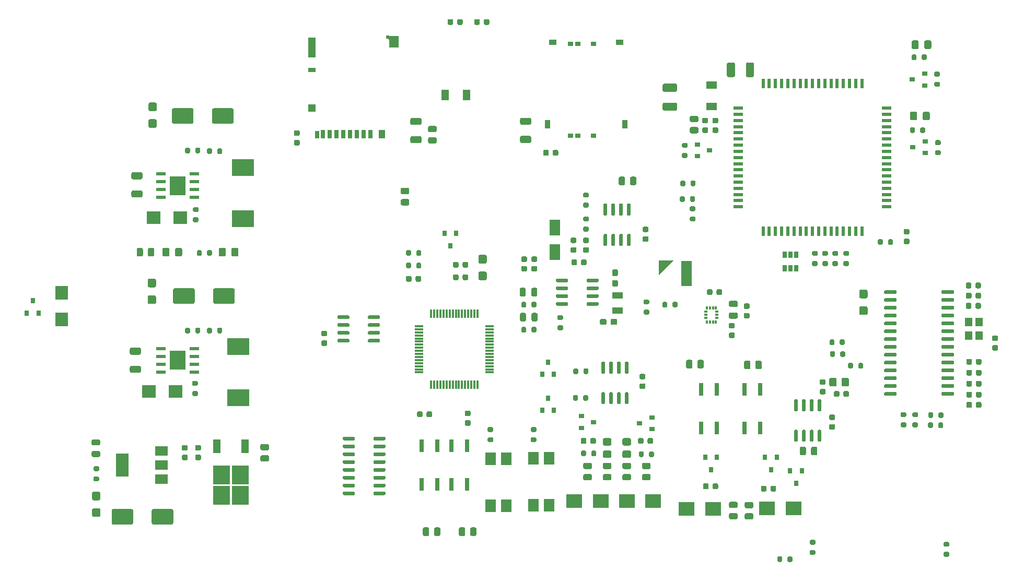
<source format=gbr>
G04 #@! TF.GenerationSoftware,KiCad,Pcbnew,(5.1.9)-1*
G04 #@! TF.CreationDate,2021-03-10T15:07:54+04:00*
G04 #@! TF.ProjectId,saxli,7361786c-692e-46b6-9963-61645f706362,rev?*
G04 #@! TF.SameCoordinates,Original*
G04 #@! TF.FileFunction,Paste,Top*
G04 #@! TF.FilePolarity,Positive*
%FSLAX46Y46*%
G04 Gerber Fmt 4.6, Leading zero omitted, Abs format (unit mm)*
G04 Created by KiCad (PCBNEW (5.1.9)-1) date 2021-03-10 15:07:54*
%MOMM*%
%LPD*%
G01*
G04 APERTURE LIST*
%ADD10C,0.100000*%
%ADD11R,0.300000X0.600000*%
%ADD12R,0.600000X0.300000*%
%ADD13R,1.200000X1.400000*%
%ADD14R,1.700000X4.100000*%
%ADD15R,1.000000X1.000000*%
%ADD16R,0.800000X0.900000*%
%ADD17R,2.100000X2.300000*%
%ADD18R,1.300000X1.700000*%
%ADD19R,0.700000X1.400000*%
%ADD20R,1.500000X1.900000*%
%ADD21R,1.000000X1.400000*%
%ADD22R,1.200000X1.200000*%
%ADD23R,1.200000X3.200000*%
%ADD24R,0.700000X1.200000*%
%ADD25R,0.500000X0.500000*%
%ADD26R,1.200000X0.800000*%
%ADD27R,2.500000X2.300000*%
%ADD28R,0.900000X0.800000*%
%ADD29R,1.200000X0.950000*%
%ADD30R,0.950000X1.400000*%
%ADD31R,1.700000X1.300000*%
%ADD32R,1.600000X0.600000*%
%ADD33R,0.600000X1.600000*%
%ADD34R,0.650000X1.060000*%
%ADD35R,0.300000X1.475000*%
%ADD36R,1.475000X0.300000*%
%ADD37R,1.780000X2.000000*%
%ADD38R,2.000000X1.500000*%
%ADD39R,2.000000X3.800000*%
%ADD40R,2.750000X3.050000*%
%ADD41R,1.200000X2.200000*%
%ADD42R,2.300000X2.100000*%
%ADD43R,1.800000X1.000000*%
%ADD44R,1.550000X0.600000*%
%ADD45R,2.600000X3.100000*%
%ADD46R,0.640000X2.000000*%
%ADD47R,3.600000X2.700000*%
%ADD48R,1.800000X2.500000*%
G04 APERTURE END LIST*
D10*
G36*
X142715000Y-68788000D02*
G01*
X142715000Y-66388000D01*
X145115000Y-66388000D01*
X142715000Y-68788000D01*
G37*
G36*
G01*
X96496000Y-95400000D02*
X96496000Y-95100000D01*
G75*
G02*
X96646000Y-94950000I150000J0D01*
G01*
X98296000Y-94950000D01*
G75*
G02*
X98446000Y-95100000I0J-150000D01*
G01*
X98446000Y-95400000D01*
G75*
G02*
X98296000Y-95550000I-150000J0D01*
G01*
X96646000Y-95550000D01*
G75*
G02*
X96496000Y-95400000I0J150000D01*
G01*
G37*
G36*
G01*
X96496000Y-96670000D02*
X96496000Y-96370000D01*
G75*
G02*
X96646000Y-96220000I150000J0D01*
G01*
X98296000Y-96220000D01*
G75*
G02*
X98446000Y-96370000I0J-150000D01*
G01*
X98446000Y-96670000D01*
G75*
G02*
X98296000Y-96820000I-150000J0D01*
G01*
X96646000Y-96820000D01*
G75*
G02*
X96496000Y-96670000I0J150000D01*
G01*
G37*
G36*
G01*
X96496000Y-97940000D02*
X96496000Y-97640000D01*
G75*
G02*
X96646000Y-97490000I150000J0D01*
G01*
X98296000Y-97490000D01*
G75*
G02*
X98446000Y-97640000I0J-150000D01*
G01*
X98446000Y-97940000D01*
G75*
G02*
X98296000Y-98090000I-150000J0D01*
G01*
X96646000Y-98090000D01*
G75*
G02*
X96496000Y-97940000I0J150000D01*
G01*
G37*
G36*
G01*
X96496000Y-99210000D02*
X96496000Y-98910000D01*
G75*
G02*
X96646000Y-98760000I150000J0D01*
G01*
X98296000Y-98760000D01*
G75*
G02*
X98446000Y-98910000I0J-150000D01*
G01*
X98446000Y-99210000D01*
G75*
G02*
X98296000Y-99360000I-150000J0D01*
G01*
X96646000Y-99360000D01*
G75*
G02*
X96496000Y-99210000I0J150000D01*
G01*
G37*
G36*
G01*
X96496000Y-100480000D02*
X96496000Y-100180000D01*
G75*
G02*
X96646000Y-100030000I150000J0D01*
G01*
X98296000Y-100030000D01*
G75*
G02*
X98446000Y-100180000I0J-150000D01*
G01*
X98446000Y-100480000D01*
G75*
G02*
X98296000Y-100630000I-150000J0D01*
G01*
X96646000Y-100630000D01*
G75*
G02*
X96496000Y-100480000I0J150000D01*
G01*
G37*
G36*
G01*
X96496000Y-101750000D02*
X96496000Y-101450000D01*
G75*
G02*
X96646000Y-101300000I150000J0D01*
G01*
X98296000Y-101300000D01*
G75*
G02*
X98446000Y-101450000I0J-150000D01*
G01*
X98446000Y-101750000D01*
G75*
G02*
X98296000Y-101900000I-150000J0D01*
G01*
X96646000Y-101900000D01*
G75*
G02*
X96496000Y-101750000I0J150000D01*
G01*
G37*
G36*
G01*
X96496000Y-103020000D02*
X96496000Y-102720000D01*
G75*
G02*
X96646000Y-102570000I150000J0D01*
G01*
X98296000Y-102570000D01*
G75*
G02*
X98446000Y-102720000I0J-150000D01*
G01*
X98446000Y-103020000D01*
G75*
G02*
X98296000Y-103170000I-150000J0D01*
G01*
X96646000Y-103170000D01*
G75*
G02*
X96496000Y-103020000I0J150000D01*
G01*
G37*
G36*
G01*
X96496000Y-104290000D02*
X96496000Y-103990000D01*
G75*
G02*
X96646000Y-103840000I150000J0D01*
G01*
X98296000Y-103840000D01*
G75*
G02*
X98446000Y-103990000I0J-150000D01*
G01*
X98446000Y-104290000D01*
G75*
G02*
X98296000Y-104440000I-150000J0D01*
G01*
X96646000Y-104440000D01*
G75*
G02*
X96496000Y-104290000I0J150000D01*
G01*
G37*
G36*
G01*
X91546000Y-104290000D02*
X91546000Y-103990000D01*
G75*
G02*
X91696000Y-103840000I150000J0D01*
G01*
X93346000Y-103840000D01*
G75*
G02*
X93496000Y-103990000I0J-150000D01*
G01*
X93496000Y-104290000D01*
G75*
G02*
X93346000Y-104440000I-150000J0D01*
G01*
X91696000Y-104440000D01*
G75*
G02*
X91546000Y-104290000I0J150000D01*
G01*
G37*
G36*
G01*
X91546000Y-103020000D02*
X91546000Y-102720000D01*
G75*
G02*
X91696000Y-102570000I150000J0D01*
G01*
X93346000Y-102570000D01*
G75*
G02*
X93496000Y-102720000I0J-150000D01*
G01*
X93496000Y-103020000D01*
G75*
G02*
X93346000Y-103170000I-150000J0D01*
G01*
X91696000Y-103170000D01*
G75*
G02*
X91546000Y-103020000I0J150000D01*
G01*
G37*
G36*
G01*
X91546000Y-101750000D02*
X91546000Y-101450000D01*
G75*
G02*
X91696000Y-101300000I150000J0D01*
G01*
X93346000Y-101300000D01*
G75*
G02*
X93496000Y-101450000I0J-150000D01*
G01*
X93496000Y-101750000D01*
G75*
G02*
X93346000Y-101900000I-150000J0D01*
G01*
X91696000Y-101900000D01*
G75*
G02*
X91546000Y-101750000I0J150000D01*
G01*
G37*
G36*
G01*
X91546000Y-100480000D02*
X91546000Y-100180000D01*
G75*
G02*
X91696000Y-100030000I150000J0D01*
G01*
X93346000Y-100030000D01*
G75*
G02*
X93496000Y-100180000I0J-150000D01*
G01*
X93496000Y-100480000D01*
G75*
G02*
X93346000Y-100630000I-150000J0D01*
G01*
X91696000Y-100630000D01*
G75*
G02*
X91546000Y-100480000I0J150000D01*
G01*
G37*
G36*
G01*
X91546000Y-99210000D02*
X91546000Y-98910000D01*
G75*
G02*
X91696000Y-98760000I150000J0D01*
G01*
X93346000Y-98760000D01*
G75*
G02*
X93496000Y-98910000I0J-150000D01*
G01*
X93496000Y-99210000D01*
G75*
G02*
X93346000Y-99360000I-150000J0D01*
G01*
X91696000Y-99360000D01*
G75*
G02*
X91546000Y-99210000I0J150000D01*
G01*
G37*
G36*
G01*
X91546000Y-97940000D02*
X91546000Y-97640000D01*
G75*
G02*
X91696000Y-97490000I150000J0D01*
G01*
X93346000Y-97490000D01*
G75*
G02*
X93496000Y-97640000I0J-150000D01*
G01*
X93496000Y-97940000D01*
G75*
G02*
X93346000Y-98090000I-150000J0D01*
G01*
X91696000Y-98090000D01*
G75*
G02*
X91546000Y-97940000I0J150000D01*
G01*
G37*
G36*
G01*
X91546000Y-96670000D02*
X91546000Y-96370000D01*
G75*
G02*
X91696000Y-96220000I150000J0D01*
G01*
X93346000Y-96220000D01*
G75*
G02*
X93496000Y-96370000I0J-150000D01*
G01*
X93496000Y-96670000D01*
G75*
G02*
X93346000Y-96820000I-150000J0D01*
G01*
X91696000Y-96820000D01*
G75*
G02*
X91546000Y-96670000I0J150000D01*
G01*
G37*
G36*
G01*
X91546000Y-95400000D02*
X91546000Y-95100000D01*
G75*
G02*
X91696000Y-94950000I150000J0D01*
G01*
X93346000Y-94950000D01*
G75*
G02*
X93496000Y-95100000I0J-150000D01*
G01*
X93496000Y-95400000D01*
G75*
G02*
X93346000Y-95550000I-150000J0D01*
G01*
X91696000Y-95550000D01*
G75*
G02*
X91546000Y-95400000I0J150000D01*
G01*
G37*
G36*
G01*
X140991000Y-73489000D02*
X140441000Y-73489000D01*
G75*
G02*
X140241000Y-73289000I0J200000D01*
G01*
X140241000Y-72889000D01*
G75*
G02*
X140441000Y-72689000I200000J0D01*
G01*
X140991000Y-72689000D01*
G75*
G02*
X141191000Y-72889000I0J-200000D01*
G01*
X141191000Y-73289000D01*
G75*
G02*
X140991000Y-73489000I-200000J0D01*
G01*
G37*
G36*
G01*
X140991000Y-75139000D02*
X140441000Y-75139000D01*
G75*
G02*
X140241000Y-74939000I0J200000D01*
G01*
X140241000Y-74539000D01*
G75*
G02*
X140441000Y-74339000I200000J0D01*
G01*
X140991000Y-74339000D01*
G75*
G02*
X141191000Y-74539000I0J-200000D01*
G01*
X141191000Y-74939000D01*
G75*
G02*
X140991000Y-75139000I-200000J0D01*
G01*
G37*
G36*
G01*
X144951000Y-73808000D02*
X144951000Y-73258000D01*
G75*
G02*
X145151000Y-73058000I200000J0D01*
G01*
X145551000Y-73058000D01*
G75*
G02*
X145751000Y-73258000I0J-200000D01*
G01*
X145751000Y-73808000D01*
G75*
G02*
X145551000Y-74008000I-200000J0D01*
G01*
X145151000Y-74008000D01*
G75*
G02*
X144951000Y-73808000I0J200000D01*
G01*
G37*
G36*
G01*
X143301000Y-73808000D02*
X143301000Y-73258000D01*
G75*
G02*
X143501000Y-73058000I200000J0D01*
G01*
X143901000Y-73058000D01*
G75*
G02*
X144101000Y-73258000I0J-200000D01*
G01*
X144101000Y-73808000D01*
G75*
G02*
X143901000Y-74008000I-200000J0D01*
G01*
X143501000Y-74008000D01*
G75*
G02*
X143301000Y-73808000I0J200000D01*
G01*
G37*
D11*
X150507000Y-76334000D03*
X151007000Y-76334000D03*
X151507000Y-76334000D03*
X152007000Y-76334000D03*
D12*
X152157000Y-75684000D03*
X152157000Y-75184000D03*
X152157000Y-74684000D03*
D11*
X152007000Y-74034000D03*
X151507000Y-74034000D03*
X151007000Y-74034000D03*
X150507000Y-74034000D03*
D12*
X150357000Y-74684000D03*
X150357000Y-75184000D03*
X150357000Y-75684000D03*
G36*
G01*
X154338000Y-74806000D02*
X155288000Y-74806000D01*
G75*
G02*
X155538000Y-75056000I0J-250000D01*
G01*
X155538000Y-75556000D01*
G75*
G02*
X155288000Y-75806000I-250000J0D01*
G01*
X154338000Y-75806000D01*
G75*
G02*
X154088000Y-75556000I0J250000D01*
G01*
X154088000Y-75056000D01*
G75*
G02*
X154338000Y-74806000I250000J0D01*
G01*
G37*
G36*
G01*
X154338000Y-72906000D02*
X155288000Y-72906000D01*
G75*
G02*
X155538000Y-73156000I0J-250000D01*
G01*
X155538000Y-73656000D01*
G75*
G02*
X155288000Y-73906000I-250000J0D01*
G01*
X154338000Y-73906000D01*
G75*
G02*
X154088000Y-73656000I0J250000D01*
G01*
X154088000Y-73156000D01*
G75*
G02*
X154338000Y-72906000I250000J0D01*
G01*
G37*
G36*
G01*
X156722000Y-74874000D02*
X157222000Y-74874000D01*
G75*
G02*
X157447000Y-75099000I0J-225000D01*
G01*
X157447000Y-75549000D01*
G75*
G02*
X157222000Y-75774000I-225000J0D01*
G01*
X156722000Y-75774000D01*
G75*
G02*
X156497000Y-75549000I0J225000D01*
G01*
X156497000Y-75099000D01*
G75*
G02*
X156722000Y-74874000I225000J0D01*
G01*
G37*
G36*
G01*
X156722000Y-73324000D02*
X157222000Y-73324000D01*
G75*
G02*
X157447000Y-73549000I0J-225000D01*
G01*
X157447000Y-73999000D01*
G75*
G02*
X157222000Y-74224000I-225000J0D01*
G01*
X156722000Y-74224000D01*
G75*
G02*
X156497000Y-73999000I0J225000D01*
G01*
X156497000Y-73549000D01*
G75*
G02*
X156722000Y-73324000I225000J0D01*
G01*
G37*
G36*
G01*
X152090000Y-71751000D02*
X152090000Y-71251000D01*
G75*
G02*
X152315000Y-71026000I225000J0D01*
G01*
X152765000Y-71026000D01*
G75*
G02*
X152990000Y-71251000I0J-225000D01*
G01*
X152990000Y-71751000D01*
G75*
G02*
X152765000Y-71976000I-225000J0D01*
G01*
X152315000Y-71976000D01*
G75*
G02*
X152090000Y-71751000I0J225000D01*
G01*
G37*
G36*
G01*
X150540000Y-71751000D02*
X150540000Y-71251000D01*
G75*
G02*
X150765000Y-71026000I225000J0D01*
G01*
X151215000Y-71026000D01*
G75*
G02*
X151440000Y-71251000I0J-225000D01*
G01*
X151440000Y-71751000D01*
G75*
G02*
X151215000Y-71976000I-225000J0D01*
G01*
X150765000Y-71976000D01*
G75*
G02*
X150540000Y-71751000I0J225000D01*
G01*
G37*
G36*
G01*
X154309000Y-78049000D02*
X154809000Y-78049000D01*
G75*
G02*
X155034000Y-78274000I0J-225000D01*
G01*
X155034000Y-78724000D01*
G75*
G02*
X154809000Y-78949000I-225000J0D01*
G01*
X154309000Y-78949000D01*
G75*
G02*
X154084000Y-78724000I0J225000D01*
G01*
X154084000Y-78274000D01*
G75*
G02*
X154309000Y-78049000I225000J0D01*
G01*
G37*
G36*
G01*
X154309000Y-76499000D02*
X154809000Y-76499000D01*
G75*
G02*
X155034000Y-76724000I0J-225000D01*
G01*
X155034000Y-77174000D01*
G75*
G02*
X154809000Y-77399000I-225000J0D01*
G01*
X154309000Y-77399000D01*
G75*
G02*
X154084000Y-77174000I0J225000D01*
G01*
X154084000Y-76724000D01*
G75*
G02*
X154309000Y-76499000I225000J0D01*
G01*
G37*
G36*
G01*
X138068000Y-53917002D02*
X138068000Y-53016998D01*
G75*
G02*
X138317998Y-52767000I249998J0D01*
G01*
X138843002Y-52767000D01*
G75*
G02*
X139093000Y-53016998I0J-249998D01*
G01*
X139093000Y-53917002D01*
G75*
G02*
X138843002Y-54167000I-249998J0D01*
G01*
X138317998Y-54167000D01*
G75*
G02*
X138068000Y-53917002I0J249998D01*
G01*
G37*
G36*
G01*
X136243000Y-53917002D02*
X136243000Y-53016998D01*
G75*
G02*
X136492998Y-52767000I249998J0D01*
G01*
X137018002Y-52767000D01*
G75*
G02*
X137268000Y-53016998I0J-249998D01*
G01*
X137268000Y-53917002D01*
G75*
G02*
X137018002Y-54167000I-249998J0D01*
G01*
X136492998Y-54167000D01*
G75*
G02*
X136243000Y-53917002I0J249998D01*
G01*
G37*
G36*
G01*
X197481000Y-79431000D02*
X196981000Y-79431000D01*
G75*
G02*
X196756000Y-79206000I0J225000D01*
G01*
X196756000Y-78756000D01*
G75*
G02*
X196981000Y-78531000I225000J0D01*
G01*
X197481000Y-78531000D01*
G75*
G02*
X197706000Y-78756000I0J-225000D01*
G01*
X197706000Y-79206000D01*
G75*
G02*
X197481000Y-79431000I-225000J0D01*
G01*
G37*
G36*
G01*
X197481000Y-80981000D02*
X196981000Y-80981000D01*
G75*
G02*
X196756000Y-80756000I0J225000D01*
G01*
X196756000Y-80306000D01*
G75*
G02*
X196981000Y-80081000I225000J0D01*
G01*
X197481000Y-80081000D01*
G75*
G02*
X197706000Y-80306000I0J-225000D01*
G01*
X197706000Y-80756000D01*
G75*
G02*
X197481000Y-80981000I-225000J0D01*
G01*
G37*
D13*
X194652000Y-78570000D03*
X194652000Y-76370000D03*
X192952000Y-76370000D03*
X192952000Y-78570000D03*
G36*
G01*
X59939500Y-65474002D02*
X59939500Y-64573998D01*
G75*
G02*
X60189498Y-64324000I249998J0D01*
G01*
X60714502Y-64324000D01*
G75*
G02*
X60964500Y-64573998I0J-249998D01*
G01*
X60964500Y-65474002D01*
G75*
G02*
X60714502Y-65724000I-249998J0D01*
G01*
X60189498Y-65724000D01*
G75*
G02*
X59939500Y-65474002I0J249998D01*
G01*
G37*
G36*
G01*
X58114500Y-65474002D02*
X58114500Y-64573998D01*
G75*
G02*
X58364498Y-64324000I249998J0D01*
G01*
X58889502Y-64324000D01*
G75*
G02*
X59139500Y-64573998I0J-249998D01*
G01*
X59139500Y-65474002D01*
G75*
G02*
X58889502Y-65724000I-249998J0D01*
G01*
X58364498Y-65724000D01*
G75*
G02*
X58114500Y-65474002I0J249998D01*
G01*
G37*
G36*
G01*
X68663000Y-64876000D02*
X68663000Y-65426000D01*
G75*
G02*
X68463000Y-65626000I-200000J0D01*
G01*
X68063000Y-65626000D01*
G75*
G02*
X67863000Y-65426000I0J200000D01*
G01*
X67863000Y-64876000D01*
G75*
G02*
X68063000Y-64676000I200000J0D01*
G01*
X68463000Y-64676000D01*
G75*
G02*
X68663000Y-64876000I0J-200000D01*
G01*
G37*
G36*
G01*
X70313000Y-64876000D02*
X70313000Y-65426000D01*
G75*
G02*
X70113000Y-65626000I-200000J0D01*
G01*
X69713000Y-65626000D01*
G75*
G02*
X69513000Y-65426000I0J200000D01*
G01*
X69513000Y-64876000D01*
G75*
G02*
X69713000Y-64676000I200000J0D01*
G01*
X70113000Y-64676000D01*
G75*
G02*
X70313000Y-64876000I0J-200000D01*
G01*
G37*
G36*
G01*
X64340000Y-65474001D02*
X64340000Y-64573999D01*
G75*
G02*
X64589999Y-64324000I249999J0D01*
G01*
X65240001Y-64324000D01*
G75*
G02*
X65490000Y-64573999I0J-249999D01*
G01*
X65490000Y-65474001D01*
G75*
G02*
X65240001Y-65724000I-249999J0D01*
G01*
X64589999Y-65724000D01*
G75*
G02*
X64340000Y-65474001I0J249999D01*
G01*
G37*
G36*
G01*
X62290000Y-65474001D02*
X62290000Y-64573999D01*
G75*
G02*
X62539999Y-64324000I249999J0D01*
G01*
X63190001Y-64324000D01*
G75*
G02*
X63440000Y-64573999I0J-249999D01*
G01*
X63440000Y-65474001D01*
G75*
G02*
X63190001Y-65724000I-249999J0D01*
G01*
X62539999Y-65724000D01*
G75*
G02*
X62290000Y-65474001I0J249999D01*
G01*
G37*
G36*
G01*
X73466000Y-65474001D02*
X73466000Y-64573999D01*
G75*
G02*
X73715999Y-64324000I249999J0D01*
G01*
X74366001Y-64324000D01*
G75*
G02*
X74616000Y-64573999I0J-249999D01*
G01*
X74616000Y-65474001D01*
G75*
G02*
X74366001Y-65724000I-249999J0D01*
G01*
X73715999Y-65724000D01*
G75*
G02*
X73466000Y-65474001I0J249999D01*
G01*
G37*
G36*
G01*
X71416000Y-65474001D02*
X71416000Y-64573999D01*
G75*
G02*
X71665999Y-64324000I249999J0D01*
G01*
X72316001Y-64324000D01*
G75*
G02*
X72566000Y-64573999I0J-249999D01*
G01*
X72566000Y-65474001D01*
G75*
G02*
X72316001Y-65724000I-249999J0D01*
G01*
X71665999Y-65724000D01*
G75*
G02*
X71416000Y-65474001I0J249999D01*
G01*
G37*
D14*
X147265000Y-68438000D03*
D15*
X143315000Y-66988000D03*
D16*
X41275000Y-72914000D03*
X42225000Y-74914000D03*
X40325000Y-74914000D03*
D17*
X45974000Y-71637000D03*
X45974000Y-75937000D03*
D16*
X108966000Y-63992000D03*
X108016000Y-61992000D03*
X109916000Y-61992000D03*
D18*
X111605000Y-39497000D03*
X108105000Y-39497000D03*
G36*
G01*
X109403000Y-27436000D02*
X109403000Y-27936000D01*
G75*
G02*
X109178000Y-28161000I-225000J0D01*
G01*
X108728000Y-28161000D01*
G75*
G02*
X108503000Y-27936000I0J225000D01*
G01*
X108503000Y-27436000D01*
G75*
G02*
X108728000Y-27211000I225000J0D01*
G01*
X109178000Y-27211000D01*
G75*
G02*
X109403000Y-27436000I0J-225000D01*
G01*
G37*
G36*
G01*
X110953000Y-27436000D02*
X110953000Y-27936000D01*
G75*
G02*
X110728000Y-28161000I-225000J0D01*
G01*
X110278000Y-28161000D01*
G75*
G02*
X110053000Y-27936000I0J225000D01*
G01*
X110053000Y-27436000D01*
G75*
G02*
X110278000Y-27211000I225000J0D01*
G01*
X110728000Y-27211000D01*
G75*
G02*
X110953000Y-27436000I0J-225000D01*
G01*
G37*
G36*
G01*
X113721000Y-27436000D02*
X113721000Y-27936000D01*
G75*
G02*
X113496000Y-28161000I-225000J0D01*
G01*
X113046000Y-28161000D01*
G75*
G02*
X112821000Y-27936000I0J225000D01*
G01*
X112821000Y-27436000D01*
G75*
G02*
X113046000Y-27211000I225000J0D01*
G01*
X113496000Y-27211000D01*
G75*
G02*
X113721000Y-27436000I0J-225000D01*
G01*
G37*
G36*
G01*
X115271000Y-27436000D02*
X115271000Y-27936000D01*
G75*
G02*
X115046000Y-28161000I-225000J0D01*
G01*
X114596000Y-28161000D01*
G75*
G02*
X114371000Y-27936000I0J225000D01*
G01*
X114371000Y-27436000D01*
G75*
G02*
X114596000Y-27211000I225000J0D01*
G01*
X115046000Y-27211000D01*
G75*
G02*
X115271000Y-27436000I0J-225000D01*
G01*
G37*
G36*
G01*
X125547000Y-49145000D02*
X125547000Y-48645000D01*
G75*
G02*
X125772000Y-48420000I225000J0D01*
G01*
X126222000Y-48420000D01*
G75*
G02*
X126447000Y-48645000I0J-225000D01*
G01*
X126447000Y-49145000D01*
G75*
G02*
X126222000Y-49370000I-225000J0D01*
G01*
X125772000Y-49370000D01*
G75*
G02*
X125547000Y-49145000I0J225000D01*
G01*
G37*
G36*
G01*
X123997000Y-49145000D02*
X123997000Y-48645000D01*
G75*
G02*
X124222000Y-48420000I225000J0D01*
G01*
X124672000Y-48420000D01*
G75*
G02*
X124897000Y-48645000I0J-225000D01*
G01*
X124897000Y-49145000D01*
G75*
G02*
X124672000Y-49370000I-225000J0D01*
G01*
X124222000Y-49370000D01*
G75*
G02*
X123997000Y-49145000I0J225000D01*
G01*
G37*
G36*
G01*
X121808001Y-44361000D02*
X120507999Y-44361000D01*
G75*
G02*
X120258000Y-44111001I0J249999D01*
G01*
X120258000Y-43460999D01*
G75*
G02*
X120507999Y-43211000I249999J0D01*
G01*
X121808001Y-43211000D01*
G75*
G02*
X122058000Y-43460999I0J-249999D01*
G01*
X122058000Y-44111001D01*
G75*
G02*
X121808001Y-44361000I-249999J0D01*
G01*
G37*
G36*
G01*
X121808001Y-47311000D02*
X120507999Y-47311000D01*
G75*
G02*
X120258000Y-47061001I0J249999D01*
G01*
X120258000Y-46410999D01*
G75*
G02*
X120507999Y-46161000I249999J0D01*
G01*
X121808001Y-46161000D01*
G75*
G02*
X122058000Y-46410999I0J-249999D01*
G01*
X122058000Y-47061001D01*
G75*
G02*
X121808001Y-47311000I-249999J0D01*
G01*
G37*
G36*
G01*
X130132000Y-66925000D02*
X130132000Y-66425000D01*
G75*
G02*
X130357000Y-66200000I225000J0D01*
G01*
X130807000Y-66200000D01*
G75*
G02*
X131032000Y-66425000I0J-225000D01*
G01*
X131032000Y-66925000D01*
G75*
G02*
X130807000Y-67150000I-225000J0D01*
G01*
X130357000Y-67150000D01*
G75*
G02*
X130132000Y-66925000I0J225000D01*
G01*
G37*
G36*
G01*
X128582000Y-66925000D02*
X128582000Y-66425000D01*
G75*
G02*
X128807000Y-66200000I225000J0D01*
G01*
X129257000Y-66200000D01*
G75*
G02*
X129482000Y-66425000I0J-225000D01*
G01*
X129482000Y-66925000D01*
G75*
G02*
X129257000Y-67150000I-225000J0D01*
G01*
X128807000Y-67150000D01*
G75*
G02*
X128582000Y-66925000I0J225000D01*
G01*
G37*
G36*
G01*
X102727999Y-46190000D02*
X104028001Y-46190000D01*
G75*
G02*
X104278000Y-46439999I0J-249999D01*
G01*
X104278000Y-47090001D01*
G75*
G02*
X104028001Y-47340000I-249999J0D01*
G01*
X102727999Y-47340000D01*
G75*
G02*
X102478000Y-47090001I0J249999D01*
G01*
X102478000Y-46439999D01*
G75*
G02*
X102727999Y-46190000I249999J0D01*
G01*
G37*
G36*
G01*
X102727999Y-43240000D02*
X104028001Y-43240000D01*
G75*
G02*
X104278000Y-43489999I0J-249999D01*
G01*
X104278000Y-44140001D01*
G75*
G02*
X104028001Y-44390000I-249999J0D01*
G01*
X102727999Y-44390000D01*
G75*
G02*
X102478000Y-44140001I0J249999D01*
G01*
X102478000Y-43489999D01*
G75*
G02*
X102727999Y-43240000I249999J0D01*
G01*
G37*
D19*
X95993000Y-45852000D03*
D20*
X99793000Y-30852000D03*
D21*
X97893000Y-45852000D03*
D22*
X86493000Y-41652000D03*
D23*
X86493000Y-31852000D03*
D24*
X87343000Y-45952000D03*
D19*
X94893000Y-45852000D03*
X93793000Y-45852000D03*
X92693000Y-45852000D03*
X91593000Y-45852000D03*
X90493000Y-45852000D03*
X89393000Y-45852000D03*
X88293000Y-45852000D03*
D25*
X98793000Y-30152000D03*
D26*
X86493000Y-35452000D03*
D10*
G36*
X99043000Y-30260579D02*
G01*
X99184421Y-30402000D01*
X99043000Y-30543421D01*
X98901579Y-30402000D01*
X99043000Y-30260579D01*
G37*
G36*
G01*
X188537000Y-71651000D02*
X188537000Y-71351000D01*
G75*
G02*
X188687000Y-71201000I150000J0D01*
G01*
X190437000Y-71201000D01*
G75*
G02*
X190587000Y-71351000I0J-150000D01*
G01*
X190587000Y-71651000D01*
G75*
G02*
X190437000Y-71801000I-150000J0D01*
G01*
X188687000Y-71801000D01*
G75*
G02*
X188537000Y-71651000I0J150000D01*
G01*
G37*
G36*
G01*
X188537000Y-72921000D02*
X188537000Y-72621000D01*
G75*
G02*
X188687000Y-72471000I150000J0D01*
G01*
X190437000Y-72471000D01*
G75*
G02*
X190587000Y-72621000I0J-150000D01*
G01*
X190587000Y-72921000D01*
G75*
G02*
X190437000Y-73071000I-150000J0D01*
G01*
X188687000Y-73071000D01*
G75*
G02*
X188537000Y-72921000I0J150000D01*
G01*
G37*
G36*
G01*
X188537000Y-74191000D02*
X188537000Y-73891000D01*
G75*
G02*
X188687000Y-73741000I150000J0D01*
G01*
X190437000Y-73741000D01*
G75*
G02*
X190587000Y-73891000I0J-150000D01*
G01*
X190587000Y-74191000D01*
G75*
G02*
X190437000Y-74341000I-150000J0D01*
G01*
X188687000Y-74341000D01*
G75*
G02*
X188537000Y-74191000I0J150000D01*
G01*
G37*
G36*
G01*
X188537000Y-75461000D02*
X188537000Y-75161000D01*
G75*
G02*
X188687000Y-75011000I150000J0D01*
G01*
X190437000Y-75011000D01*
G75*
G02*
X190587000Y-75161000I0J-150000D01*
G01*
X190587000Y-75461000D01*
G75*
G02*
X190437000Y-75611000I-150000J0D01*
G01*
X188687000Y-75611000D01*
G75*
G02*
X188537000Y-75461000I0J150000D01*
G01*
G37*
G36*
G01*
X188537000Y-76731000D02*
X188537000Y-76431000D01*
G75*
G02*
X188687000Y-76281000I150000J0D01*
G01*
X190437000Y-76281000D01*
G75*
G02*
X190587000Y-76431000I0J-150000D01*
G01*
X190587000Y-76731000D01*
G75*
G02*
X190437000Y-76881000I-150000J0D01*
G01*
X188687000Y-76881000D01*
G75*
G02*
X188537000Y-76731000I0J150000D01*
G01*
G37*
G36*
G01*
X188537000Y-78001000D02*
X188537000Y-77701000D01*
G75*
G02*
X188687000Y-77551000I150000J0D01*
G01*
X190437000Y-77551000D01*
G75*
G02*
X190587000Y-77701000I0J-150000D01*
G01*
X190587000Y-78001000D01*
G75*
G02*
X190437000Y-78151000I-150000J0D01*
G01*
X188687000Y-78151000D01*
G75*
G02*
X188537000Y-78001000I0J150000D01*
G01*
G37*
G36*
G01*
X188537000Y-79271000D02*
X188537000Y-78971000D01*
G75*
G02*
X188687000Y-78821000I150000J0D01*
G01*
X190437000Y-78821000D01*
G75*
G02*
X190587000Y-78971000I0J-150000D01*
G01*
X190587000Y-79271000D01*
G75*
G02*
X190437000Y-79421000I-150000J0D01*
G01*
X188687000Y-79421000D01*
G75*
G02*
X188537000Y-79271000I0J150000D01*
G01*
G37*
G36*
G01*
X188537000Y-80541000D02*
X188537000Y-80241000D01*
G75*
G02*
X188687000Y-80091000I150000J0D01*
G01*
X190437000Y-80091000D01*
G75*
G02*
X190587000Y-80241000I0J-150000D01*
G01*
X190587000Y-80541000D01*
G75*
G02*
X190437000Y-80691000I-150000J0D01*
G01*
X188687000Y-80691000D01*
G75*
G02*
X188537000Y-80541000I0J150000D01*
G01*
G37*
G36*
G01*
X188537000Y-81811000D02*
X188537000Y-81511000D01*
G75*
G02*
X188687000Y-81361000I150000J0D01*
G01*
X190437000Y-81361000D01*
G75*
G02*
X190587000Y-81511000I0J-150000D01*
G01*
X190587000Y-81811000D01*
G75*
G02*
X190437000Y-81961000I-150000J0D01*
G01*
X188687000Y-81961000D01*
G75*
G02*
X188537000Y-81811000I0J150000D01*
G01*
G37*
G36*
G01*
X188537000Y-83081000D02*
X188537000Y-82781000D01*
G75*
G02*
X188687000Y-82631000I150000J0D01*
G01*
X190437000Y-82631000D01*
G75*
G02*
X190587000Y-82781000I0J-150000D01*
G01*
X190587000Y-83081000D01*
G75*
G02*
X190437000Y-83231000I-150000J0D01*
G01*
X188687000Y-83231000D01*
G75*
G02*
X188537000Y-83081000I0J150000D01*
G01*
G37*
G36*
G01*
X188537000Y-84351000D02*
X188537000Y-84051000D01*
G75*
G02*
X188687000Y-83901000I150000J0D01*
G01*
X190437000Y-83901000D01*
G75*
G02*
X190587000Y-84051000I0J-150000D01*
G01*
X190587000Y-84351000D01*
G75*
G02*
X190437000Y-84501000I-150000J0D01*
G01*
X188687000Y-84501000D01*
G75*
G02*
X188537000Y-84351000I0J150000D01*
G01*
G37*
G36*
G01*
X188537000Y-85621000D02*
X188537000Y-85321000D01*
G75*
G02*
X188687000Y-85171000I150000J0D01*
G01*
X190437000Y-85171000D01*
G75*
G02*
X190587000Y-85321000I0J-150000D01*
G01*
X190587000Y-85621000D01*
G75*
G02*
X190437000Y-85771000I-150000J0D01*
G01*
X188687000Y-85771000D01*
G75*
G02*
X188537000Y-85621000I0J150000D01*
G01*
G37*
G36*
G01*
X188537000Y-86891000D02*
X188537000Y-86591000D01*
G75*
G02*
X188687000Y-86441000I150000J0D01*
G01*
X190437000Y-86441000D01*
G75*
G02*
X190587000Y-86591000I0J-150000D01*
G01*
X190587000Y-86891000D01*
G75*
G02*
X190437000Y-87041000I-150000J0D01*
G01*
X188687000Y-87041000D01*
G75*
G02*
X188537000Y-86891000I0J150000D01*
G01*
G37*
G36*
G01*
X188537000Y-88161000D02*
X188537000Y-87861000D01*
G75*
G02*
X188687000Y-87711000I150000J0D01*
G01*
X190437000Y-87711000D01*
G75*
G02*
X190587000Y-87861000I0J-150000D01*
G01*
X190587000Y-88161000D01*
G75*
G02*
X190437000Y-88311000I-150000J0D01*
G01*
X188687000Y-88311000D01*
G75*
G02*
X188537000Y-88161000I0J150000D01*
G01*
G37*
G36*
G01*
X179237000Y-88161000D02*
X179237000Y-87861000D01*
G75*
G02*
X179387000Y-87711000I150000J0D01*
G01*
X181137000Y-87711000D01*
G75*
G02*
X181287000Y-87861000I0J-150000D01*
G01*
X181287000Y-88161000D01*
G75*
G02*
X181137000Y-88311000I-150000J0D01*
G01*
X179387000Y-88311000D01*
G75*
G02*
X179237000Y-88161000I0J150000D01*
G01*
G37*
G36*
G01*
X179237000Y-86891000D02*
X179237000Y-86591000D01*
G75*
G02*
X179387000Y-86441000I150000J0D01*
G01*
X181137000Y-86441000D01*
G75*
G02*
X181287000Y-86591000I0J-150000D01*
G01*
X181287000Y-86891000D01*
G75*
G02*
X181137000Y-87041000I-150000J0D01*
G01*
X179387000Y-87041000D01*
G75*
G02*
X179237000Y-86891000I0J150000D01*
G01*
G37*
G36*
G01*
X179237000Y-85621000D02*
X179237000Y-85321000D01*
G75*
G02*
X179387000Y-85171000I150000J0D01*
G01*
X181137000Y-85171000D01*
G75*
G02*
X181287000Y-85321000I0J-150000D01*
G01*
X181287000Y-85621000D01*
G75*
G02*
X181137000Y-85771000I-150000J0D01*
G01*
X179387000Y-85771000D01*
G75*
G02*
X179237000Y-85621000I0J150000D01*
G01*
G37*
G36*
G01*
X179237000Y-84351000D02*
X179237000Y-84051000D01*
G75*
G02*
X179387000Y-83901000I150000J0D01*
G01*
X181137000Y-83901000D01*
G75*
G02*
X181287000Y-84051000I0J-150000D01*
G01*
X181287000Y-84351000D01*
G75*
G02*
X181137000Y-84501000I-150000J0D01*
G01*
X179387000Y-84501000D01*
G75*
G02*
X179237000Y-84351000I0J150000D01*
G01*
G37*
G36*
G01*
X179237000Y-83081000D02*
X179237000Y-82781000D01*
G75*
G02*
X179387000Y-82631000I150000J0D01*
G01*
X181137000Y-82631000D01*
G75*
G02*
X181287000Y-82781000I0J-150000D01*
G01*
X181287000Y-83081000D01*
G75*
G02*
X181137000Y-83231000I-150000J0D01*
G01*
X179387000Y-83231000D01*
G75*
G02*
X179237000Y-83081000I0J150000D01*
G01*
G37*
G36*
G01*
X179237000Y-81811000D02*
X179237000Y-81511000D01*
G75*
G02*
X179387000Y-81361000I150000J0D01*
G01*
X181137000Y-81361000D01*
G75*
G02*
X181287000Y-81511000I0J-150000D01*
G01*
X181287000Y-81811000D01*
G75*
G02*
X181137000Y-81961000I-150000J0D01*
G01*
X179387000Y-81961000D01*
G75*
G02*
X179237000Y-81811000I0J150000D01*
G01*
G37*
G36*
G01*
X179237000Y-80541000D02*
X179237000Y-80241000D01*
G75*
G02*
X179387000Y-80091000I150000J0D01*
G01*
X181137000Y-80091000D01*
G75*
G02*
X181287000Y-80241000I0J-150000D01*
G01*
X181287000Y-80541000D01*
G75*
G02*
X181137000Y-80691000I-150000J0D01*
G01*
X179387000Y-80691000D01*
G75*
G02*
X179237000Y-80541000I0J150000D01*
G01*
G37*
G36*
G01*
X179237000Y-79271000D02*
X179237000Y-78971000D01*
G75*
G02*
X179387000Y-78821000I150000J0D01*
G01*
X181137000Y-78821000D01*
G75*
G02*
X181287000Y-78971000I0J-150000D01*
G01*
X181287000Y-79271000D01*
G75*
G02*
X181137000Y-79421000I-150000J0D01*
G01*
X179387000Y-79421000D01*
G75*
G02*
X179237000Y-79271000I0J150000D01*
G01*
G37*
G36*
G01*
X179237000Y-78001000D02*
X179237000Y-77701000D01*
G75*
G02*
X179387000Y-77551000I150000J0D01*
G01*
X181137000Y-77551000D01*
G75*
G02*
X181287000Y-77701000I0J-150000D01*
G01*
X181287000Y-78001000D01*
G75*
G02*
X181137000Y-78151000I-150000J0D01*
G01*
X179387000Y-78151000D01*
G75*
G02*
X179237000Y-78001000I0J150000D01*
G01*
G37*
G36*
G01*
X179237000Y-76731000D02*
X179237000Y-76431000D01*
G75*
G02*
X179387000Y-76281000I150000J0D01*
G01*
X181137000Y-76281000D01*
G75*
G02*
X181287000Y-76431000I0J-150000D01*
G01*
X181287000Y-76731000D01*
G75*
G02*
X181137000Y-76881000I-150000J0D01*
G01*
X179387000Y-76881000D01*
G75*
G02*
X179237000Y-76731000I0J150000D01*
G01*
G37*
G36*
G01*
X179237000Y-75461000D02*
X179237000Y-75161000D01*
G75*
G02*
X179387000Y-75011000I150000J0D01*
G01*
X181137000Y-75011000D01*
G75*
G02*
X181287000Y-75161000I0J-150000D01*
G01*
X181287000Y-75461000D01*
G75*
G02*
X181137000Y-75611000I-150000J0D01*
G01*
X179387000Y-75611000D01*
G75*
G02*
X179237000Y-75461000I0J150000D01*
G01*
G37*
G36*
G01*
X179237000Y-74191000D02*
X179237000Y-73891000D01*
G75*
G02*
X179387000Y-73741000I150000J0D01*
G01*
X181137000Y-73741000D01*
G75*
G02*
X181287000Y-73891000I0J-150000D01*
G01*
X181287000Y-74191000D01*
G75*
G02*
X181137000Y-74341000I-150000J0D01*
G01*
X179387000Y-74341000D01*
G75*
G02*
X179237000Y-74191000I0J150000D01*
G01*
G37*
G36*
G01*
X179237000Y-72921000D02*
X179237000Y-72621000D01*
G75*
G02*
X179387000Y-72471000I150000J0D01*
G01*
X181137000Y-72471000D01*
G75*
G02*
X181287000Y-72621000I0J-150000D01*
G01*
X181287000Y-72921000D01*
G75*
G02*
X181137000Y-73071000I-150000J0D01*
G01*
X179387000Y-73071000D01*
G75*
G02*
X179237000Y-72921000I0J150000D01*
G01*
G37*
G36*
G01*
X179237000Y-71651000D02*
X179237000Y-71351000D01*
G75*
G02*
X179387000Y-71201000I150000J0D01*
G01*
X181137000Y-71201000D01*
G75*
G02*
X181287000Y-71351000I0J-150000D01*
G01*
X181287000Y-71651000D01*
G75*
G02*
X181137000Y-71801000I-150000J0D01*
G01*
X179387000Y-71801000D01*
G75*
G02*
X179237000Y-71651000I0J150000D01*
G01*
G37*
G36*
G01*
X175469999Y-71102000D02*
X176320001Y-71102000D01*
G75*
G02*
X176570000Y-71351999I0J-249999D01*
G01*
X176570000Y-72252001D01*
G75*
G02*
X176320001Y-72502000I-249999J0D01*
G01*
X175469999Y-72502000D01*
G75*
G02*
X175220000Y-72252001I0J249999D01*
G01*
X175220000Y-71351999D01*
G75*
G02*
X175469999Y-71102000I249999J0D01*
G01*
G37*
G36*
G01*
X175469999Y-73802000D02*
X176320001Y-73802000D01*
G75*
G02*
X176570000Y-74051999I0J-249999D01*
G01*
X176570000Y-74952001D01*
G75*
G02*
X176320001Y-75202000I-249999J0D01*
G01*
X175469999Y-75202000D01*
G75*
G02*
X175220000Y-74952001I0J249999D01*
G01*
X175220000Y-74051999D01*
G75*
G02*
X175469999Y-73802000I249999J0D01*
G01*
G37*
G36*
G01*
X111510000Y-90723000D02*
X112010000Y-90723000D01*
G75*
G02*
X112235000Y-90948000I0J-225000D01*
G01*
X112235000Y-91398000D01*
G75*
G02*
X112010000Y-91623000I-225000J0D01*
G01*
X111510000Y-91623000D01*
G75*
G02*
X111285000Y-91398000I0J225000D01*
G01*
X111285000Y-90948000D01*
G75*
G02*
X111510000Y-90723000I225000J0D01*
G01*
G37*
G36*
G01*
X111510000Y-92273000D02*
X112010000Y-92273000D01*
G75*
G02*
X112235000Y-92498000I0J-225000D01*
G01*
X112235000Y-92948000D01*
G75*
G02*
X112010000Y-93173000I-225000J0D01*
G01*
X111510000Y-93173000D01*
G75*
G02*
X111285000Y-92948000I0J225000D01*
G01*
X111285000Y-92498000D01*
G75*
G02*
X111510000Y-92273000I225000J0D01*
G01*
G37*
G36*
G01*
X179876000Y-63648000D02*
X179876000Y-63098000D01*
G75*
G02*
X180076000Y-62898000I200000J0D01*
G01*
X180476000Y-62898000D01*
G75*
G02*
X180676000Y-63098000I0J-200000D01*
G01*
X180676000Y-63648000D01*
G75*
G02*
X180476000Y-63848000I-200000J0D01*
G01*
X180076000Y-63848000D01*
G75*
G02*
X179876000Y-63648000I0J200000D01*
G01*
G37*
G36*
G01*
X178226000Y-63648000D02*
X178226000Y-63098000D01*
G75*
G02*
X178426000Y-62898000I200000J0D01*
G01*
X178826000Y-62898000D01*
G75*
G02*
X179026000Y-63098000I0J-200000D01*
G01*
X179026000Y-63648000D01*
G75*
G02*
X178826000Y-63848000I-200000J0D01*
G01*
X178426000Y-63848000D01*
G75*
G02*
X178226000Y-63648000I0J200000D01*
G01*
G37*
G36*
G01*
X183136250Y-62134000D02*
X182623750Y-62134000D01*
G75*
G02*
X182405000Y-61915250I0J218750D01*
G01*
X182405000Y-61477750D01*
G75*
G02*
X182623750Y-61259000I218750J0D01*
G01*
X183136250Y-61259000D01*
G75*
G02*
X183355000Y-61477750I0J-218750D01*
G01*
X183355000Y-61915250D01*
G75*
G02*
X183136250Y-62134000I-218750J0D01*
G01*
G37*
G36*
G01*
X183136250Y-63709000D02*
X182623750Y-63709000D01*
G75*
G02*
X182405000Y-63490250I0J218750D01*
G01*
X182405000Y-63052750D01*
G75*
G02*
X182623750Y-62834000I218750J0D01*
G01*
X183136250Y-62834000D01*
G75*
G02*
X183355000Y-63052750I0J-218750D01*
G01*
X183355000Y-63490250D01*
G75*
G02*
X183136250Y-63709000I-218750J0D01*
G01*
G37*
G36*
G01*
X166605000Y-96831998D02*
X166605000Y-97732002D01*
G75*
G02*
X166355002Y-97982000I-249998J0D01*
G01*
X165829998Y-97982000D01*
G75*
G02*
X165580000Y-97732002I0J249998D01*
G01*
X165580000Y-96831998D01*
G75*
G02*
X165829998Y-96582000I249998J0D01*
G01*
X166355002Y-96582000D01*
G75*
G02*
X166605000Y-96831998I0J-249998D01*
G01*
G37*
G36*
G01*
X168430000Y-96831998D02*
X168430000Y-97732002D01*
G75*
G02*
X168180002Y-97982000I-249998J0D01*
G01*
X167654998Y-97982000D01*
G75*
G02*
X167405000Y-97732002I0J249998D01*
G01*
X167405000Y-96831998D01*
G75*
G02*
X167654998Y-96582000I249998J0D01*
G01*
X168180002Y-96582000D01*
G75*
G02*
X168430000Y-96831998I0J-249998D01*
G01*
G37*
D16*
X164973000Y-102473000D03*
X164023000Y-100473000D03*
X165923000Y-100473000D03*
D27*
X133341000Y-105410000D03*
X129041000Y-105410000D03*
G36*
G01*
X163580000Y-115083000D02*
X163580000Y-114533000D01*
G75*
G02*
X163780000Y-114333000I200000J0D01*
G01*
X164180000Y-114333000D01*
G75*
G02*
X164380000Y-114533000I0J-200000D01*
G01*
X164380000Y-115083000D01*
G75*
G02*
X164180000Y-115283000I-200000J0D01*
G01*
X163780000Y-115283000D01*
G75*
G02*
X163580000Y-115083000I0J200000D01*
G01*
G37*
G36*
G01*
X161930000Y-115083000D02*
X161930000Y-114533000D01*
G75*
G02*
X162130000Y-114333000I200000J0D01*
G01*
X162530000Y-114333000D01*
G75*
G02*
X162730000Y-114533000I0J-200000D01*
G01*
X162730000Y-115083000D01*
G75*
G02*
X162530000Y-115283000I-200000J0D01*
G01*
X162130000Y-115283000D01*
G75*
G02*
X161930000Y-115083000I0J200000D01*
G01*
G37*
G36*
G01*
X171065000Y-92258000D02*
X170565000Y-92258000D01*
G75*
G02*
X170340000Y-92033000I0J225000D01*
G01*
X170340000Y-91583000D01*
G75*
G02*
X170565000Y-91358000I225000J0D01*
G01*
X171065000Y-91358000D01*
G75*
G02*
X171290000Y-91583000I0J-225000D01*
G01*
X171290000Y-92033000D01*
G75*
G02*
X171065000Y-92258000I-225000J0D01*
G01*
G37*
G36*
G01*
X171065000Y-93808000D02*
X170565000Y-93808000D01*
G75*
G02*
X170340000Y-93583000I0J225000D01*
G01*
X170340000Y-93133000D01*
G75*
G02*
X170565000Y-92908000I225000J0D01*
G01*
X171065000Y-92908000D01*
G75*
G02*
X171290000Y-93133000I0J-225000D01*
G01*
X171290000Y-93583000D01*
G75*
G02*
X171065000Y-93808000I-225000J0D01*
G01*
G37*
G36*
G01*
X168633000Y-93829000D02*
X168933000Y-93829000D01*
G75*
G02*
X169083000Y-93979000I0J-150000D01*
G01*
X169083000Y-95629000D01*
G75*
G02*
X168933000Y-95779000I-150000J0D01*
G01*
X168633000Y-95779000D01*
G75*
G02*
X168483000Y-95629000I0J150000D01*
G01*
X168483000Y-93979000D01*
G75*
G02*
X168633000Y-93829000I150000J0D01*
G01*
G37*
G36*
G01*
X167363000Y-93829000D02*
X167663000Y-93829000D01*
G75*
G02*
X167813000Y-93979000I0J-150000D01*
G01*
X167813000Y-95629000D01*
G75*
G02*
X167663000Y-95779000I-150000J0D01*
G01*
X167363000Y-95779000D01*
G75*
G02*
X167213000Y-95629000I0J150000D01*
G01*
X167213000Y-93979000D01*
G75*
G02*
X167363000Y-93829000I150000J0D01*
G01*
G37*
G36*
G01*
X166093000Y-93829000D02*
X166393000Y-93829000D01*
G75*
G02*
X166543000Y-93979000I0J-150000D01*
G01*
X166543000Y-95629000D01*
G75*
G02*
X166393000Y-95779000I-150000J0D01*
G01*
X166093000Y-95779000D01*
G75*
G02*
X165943000Y-95629000I0J150000D01*
G01*
X165943000Y-93979000D01*
G75*
G02*
X166093000Y-93829000I150000J0D01*
G01*
G37*
G36*
G01*
X164823000Y-93829000D02*
X165123000Y-93829000D01*
G75*
G02*
X165273000Y-93979000I0J-150000D01*
G01*
X165273000Y-95629000D01*
G75*
G02*
X165123000Y-95779000I-150000J0D01*
G01*
X164823000Y-95779000D01*
G75*
G02*
X164673000Y-95629000I0J150000D01*
G01*
X164673000Y-93979000D01*
G75*
G02*
X164823000Y-93829000I150000J0D01*
G01*
G37*
G36*
G01*
X164823000Y-88879000D02*
X165123000Y-88879000D01*
G75*
G02*
X165273000Y-89029000I0J-150000D01*
G01*
X165273000Y-90679000D01*
G75*
G02*
X165123000Y-90829000I-150000J0D01*
G01*
X164823000Y-90829000D01*
G75*
G02*
X164673000Y-90679000I0J150000D01*
G01*
X164673000Y-89029000D01*
G75*
G02*
X164823000Y-88879000I150000J0D01*
G01*
G37*
G36*
G01*
X166093000Y-88879000D02*
X166393000Y-88879000D01*
G75*
G02*
X166543000Y-89029000I0J-150000D01*
G01*
X166543000Y-90679000D01*
G75*
G02*
X166393000Y-90829000I-150000J0D01*
G01*
X166093000Y-90829000D01*
G75*
G02*
X165943000Y-90679000I0J150000D01*
G01*
X165943000Y-89029000D01*
G75*
G02*
X166093000Y-88879000I150000J0D01*
G01*
G37*
G36*
G01*
X167363000Y-88879000D02*
X167663000Y-88879000D01*
G75*
G02*
X167813000Y-89029000I0J-150000D01*
G01*
X167813000Y-90679000D01*
G75*
G02*
X167663000Y-90829000I-150000J0D01*
G01*
X167363000Y-90829000D01*
G75*
G02*
X167213000Y-90679000I0J150000D01*
G01*
X167213000Y-89029000D01*
G75*
G02*
X167363000Y-88879000I150000J0D01*
G01*
G37*
G36*
G01*
X168633000Y-88879000D02*
X168933000Y-88879000D01*
G75*
G02*
X169083000Y-89029000I0J-150000D01*
G01*
X169083000Y-90679000D01*
G75*
G02*
X168933000Y-90829000I-150000J0D01*
G01*
X168633000Y-90829000D01*
G75*
G02*
X168483000Y-90679000I0J150000D01*
G01*
X168483000Y-89029000D01*
G75*
G02*
X168633000Y-88879000I150000J0D01*
G01*
G37*
G36*
G01*
X184233000Y-44937000D02*
X184233000Y-45487000D01*
G75*
G02*
X184033000Y-45687000I-200000J0D01*
G01*
X183633000Y-45687000D01*
G75*
G02*
X183433000Y-45487000I0J200000D01*
G01*
X183433000Y-44937000D01*
G75*
G02*
X183633000Y-44737000I200000J0D01*
G01*
X184033000Y-44737000D01*
G75*
G02*
X184233000Y-44937000I0J-200000D01*
G01*
G37*
G36*
G01*
X185883000Y-44937000D02*
X185883000Y-45487000D01*
G75*
G02*
X185683000Y-45687000I-200000J0D01*
G01*
X185283000Y-45687000D01*
G75*
G02*
X185083000Y-45487000I0J200000D01*
G01*
X185083000Y-44937000D01*
G75*
G02*
X185283000Y-44737000I200000J0D01*
G01*
X185683000Y-44737000D01*
G75*
G02*
X185883000Y-44937000I0J-200000D01*
G01*
G37*
G36*
G01*
X184487000Y-33126000D02*
X184487000Y-33676000D01*
G75*
G02*
X184287000Y-33876000I-200000J0D01*
G01*
X183887000Y-33876000D01*
G75*
G02*
X183687000Y-33676000I0J200000D01*
G01*
X183687000Y-33126000D01*
G75*
G02*
X183887000Y-32926000I200000J0D01*
G01*
X184287000Y-32926000D01*
G75*
G02*
X184487000Y-33126000I0J-200000D01*
G01*
G37*
G36*
G01*
X186137000Y-33126000D02*
X186137000Y-33676000D01*
G75*
G02*
X185937000Y-33876000I-200000J0D01*
G01*
X185537000Y-33876000D01*
G75*
G02*
X185337000Y-33676000I0J200000D01*
G01*
X185337000Y-33126000D01*
G75*
G02*
X185537000Y-32926000I200000J0D01*
G01*
X185937000Y-32926000D01*
G75*
G02*
X186137000Y-33126000I0J-200000D01*
G01*
G37*
D28*
X128403000Y-31218000D03*
X129643000Y-31218000D03*
X132183000Y-31218000D03*
X128403000Y-46158000D03*
X129643000Y-46158000D03*
X132183000Y-46158000D03*
D29*
X136398000Y-30988000D03*
D30*
X137233000Y-44298000D03*
X124713000Y-44298000D03*
D29*
X125548000Y-30988000D03*
G36*
G01*
X184598000Y-42475999D02*
X184598000Y-43376001D01*
G75*
G02*
X184348001Y-43626000I-249999J0D01*
G01*
X183697999Y-43626000D01*
G75*
G02*
X183448000Y-43376001I0J249999D01*
G01*
X183448000Y-42475999D01*
G75*
G02*
X183697999Y-42226000I249999J0D01*
G01*
X184348001Y-42226000D01*
G75*
G02*
X184598000Y-42475999I0J-249999D01*
G01*
G37*
G36*
G01*
X186648000Y-42475999D02*
X186648000Y-43376001D01*
G75*
G02*
X186398001Y-43626000I-249999J0D01*
G01*
X185747999Y-43626000D01*
G75*
G02*
X185498000Y-43376001I0J249999D01*
G01*
X185498000Y-42475999D01*
G75*
G02*
X185747999Y-42226000I249999J0D01*
G01*
X186398001Y-42226000D01*
G75*
G02*
X186648000Y-42475999I0J-249999D01*
G01*
G37*
G36*
G01*
X184843000Y-30918999D02*
X184843000Y-31819001D01*
G75*
G02*
X184593001Y-32069000I-249999J0D01*
G01*
X183942999Y-32069000D01*
G75*
G02*
X183693000Y-31819001I0J249999D01*
G01*
X183693000Y-30918999D01*
G75*
G02*
X183942999Y-30669000I249999J0D01*
G01*
X184593001Y-30669000D01*
G75*
G02*
X184843000Y-30918999I0J-249999D01*
G01*
G37*
G36*
G01*
X186893000Y-30918999D02*
X186893000Y-31819001D01*
G75*
G02*
X186643001Y-32069000I-249999J0D01*
G01*
X185992999Y-32069000D01*
G75*
G02*
X185743000Y-31819001I0J249999D01*
G01*
X185743000Y-30918999D01*
G75*
G02*
X185992999Y-30669000I249999J0D01*
G01*
X186643001Y-30669000D01*
G75*
G02*
X186893000Y-30918999I0J-249999D01*
G01*
G37*
G36*
G01*
X143600997Y-40753000D02*
X145451003Y-40753000D01*
G75*
G02*
X145701000Y-41002997I0J-249997D01*
G01*
X145701000Y-41828003D01*
G75*
G02*
X145451003Y-42078000I-249997J0D01*
G01*
X143600997Y-42078000D01*
G75*
G02*
X143351000Y-41828003I0J249997D01*
G01*
X143351000Y-41002997D01*
G75*
G02*
X143600997Y-40753000I249997J0D01*
G01*
G37*
G36*
G01*
X143600997Y-37678000D02*
X145451003Y-37678000D01*
G75*
G02*
X145701000Y-37927997I0J-249997D01*
G01*
X145701000Y-38753003D01*
G75*
G02*
X145451003Y-39003000I-249997J0D01*
G01*
X143600997Y-39003000D01*
G75*
G02*
X143351000Y-38753003I0J249997D01*
G01*
X143351000Y-37927997D01*
G75*
G02*
X143600997Y-37678000I249997J0D01*
G01*
G37*
D31*
X151257000Y-41374000D03*
X151257000Y-37874000D03*
G36*
G01*
X156844500Y-36358003D02*
X156844500Y-34507997D01*
G75*
G02*
X157094497Y-34258000I249997J0D01*
G01*
X157919503Y-34258000D01*
G75*
G02*
X158169500Y-34507997I0J-249997D01*
G01*
X158169500Y-36358003D01*
G75*
G02*
X157919503Y-36608000I-249997J0D01*
G01*
X157094497Y-36608000D01*
G75*
G02*
X156844500Y-36358003I0J249997D01*
G01*
G37*
G36*
G01*
X153769500Y-36358003D02*
X153769500Y-34507997D01*
G75*
G02*
X154019497Y-34258000I249997J0D01*
G01*
X154844503Y-34258000D01*
G75*
G02*
X155094500Y-34507997I0J-249997D01*
G01*
X155094500Y-36358003D01*
G75*
G02*
X154844503Y-36608000I-249997J0D01*
G01*
X154019497Y-36608000D01*
G75*
G02*
X153769500Y-36358003I0J249997D01*
G01*
G37*
G36*
G01*
X152142000Y-44125000D02*
X151642000Y-44125000D01*
G75*
G02*
X151417000Y-43900000I0J225000D01*
G01*
X151417000Y-43450000D01*
G75*
G02*
X151642000Y-43225000I225000J0D01*
G01*
X152142000Y-43225000D01*
G75*
G02*
X152367000Y-43450000I0J-225000D01*
G01*
X152367000Y-43900000D01*
G75*
G02*
X152142000Y-44125000I-225000J0D01*
G01*
G37*
G36*
G01*
X152142000Y-45675000D02*
X151642000Y-45675000D01*
G75*
G02*
X151417000Y-45450000I0J225000D01*
G01*
X151417000Y-45000000D01*
G75*
G02*
X151642000Y-44775000I225000J0D01*
G01*
X152142000Y-44775000D01*
G75*
G02*
X152367000Y-45000000I0J-225000D01*
G01*
X152367000Y-45450000D01*
G75*
G02*
X152142000Y-45675000I-225000J0D01*
G01*
G37*
G36*
G01*
X150491000Y-44125000D02*
X149991000Y-44125000D01*
G75*
G02*
X149766000Y-43900000I0J225000D01*
G01*
X149766000Y-43450000D01*
G75*
G02*
X149991000Y-43225000I225000J0D01*
G01*
X150491000Y-43225000D01*
G75*
G02*
X150716000Y-43450000I0J-225000D01*
G01*
X150716000Y-43900000D01*
G75*
G02*
X150491000Y-44125000I-225000J0D01*
G01*
G37*
G36*
G01*
X150491000Y-45675000D02*
X149991000Y-45675000D01*
G75*
G02*
X149766000Y-45450000I0J225000D01*
G01*
X149766000Y-45000000D01*
G75*
G02*
X149991000Y-44775000I225000J0D01*
G01*
X150491000Y-44775000D01*
G75*
G02*
X150716000Y-45000000I0J-225000D01*
G01*
X150716000Y-45450000D01*
G75*
G02*
X150491000Y-45675000I-225000J0D01*
G01*
G37*
G36*
G01*
X148913002Y-43923000D02*
X148012998Y-43923000D01*
G75*
G02*
X147763000Y-43673002I0J249998D01*
G01*
X147763000Y-43147998D01*
G75*
G02*
X148012998Y-42898000I249998J0D01*
G01*
X148913002Y-42898000D01*
G75*
G02*
X149163000Y-43147998I0J-249998D01*
G01*
X149163000Y-43673002D01*
G75*
G02*
X148913002Y-43923000I-249998J0D01*
G01*
G37*
G36*
G01*
X148913002Y-45748000D02*
X148012998Y-45748000D01*
G75*
G02*
X147763000Y-45498002I0J249998D01*
G01*
X147763000Y-44972998D01*
G75*
G02*
X148012998Y-44723000I249998J0D01*
G01*
X148913002Y-44723000D01*
G75*
G02*
X149163000Y-44972998I0J-249998D01*
G01*
X149163000Y-45498002D01*
G75*
G02*
X148913002Y-45748000I-249998J0D01*
G01*
G37*
G36*
G01*
X187685000Y-48495000D02*
X188235000Y-48495000D01*
G75*
G02*
X188435000Y-48695000I0J-200000D01*
G01*
X188435000Y-49095000D01*
G75*
G02*
X188235000Y-49295000I-200000J0D01*
G01*
X187685000Y-49295000D01*
G75*
G02*
X187485000Y-49095000I0J200000D01*
G01*
X187485000Y-48695000D01*
G75*
G02*
X187685000Y-48495000I200000J0D01*
G01*
G37*
G36*
G01*
X187685000Y-46845000D02*
X188235000Y-46845000D01*
G75*
G02*
X188435000Y-47045000I0J-200000D01*
G01*
X188435000Y-47445000D01*
G75*
G02*
X188235000Y-47645000I-200000J0D01*
G01*
X187685000Y-47645000D01*
G75*
G02*
X187485000Y-47445000I0J200000D01*
G01*
X187485000Y-47045000D01*
G75*
G02*
X187685000Y-46845000I200000J0D01*
G01*
G37*
G36*
G01*
X187558000Y-37382000D02*
X188108000Y-37382000D01*
G75*
G02*
X188308000Y-37582000I0J-200000D01*
G01*
X188308000Y-37982000D01*
G75*
G02*
X188108000Y-38182000I-200000J0D01*
G01*
X187558000Y-38182000D01*
G75*
G02*
X187358000Y-37982000I0J200000D01*
G01*
X187358000Y-37582000D01*
G75*
G02*
X187558000Y-37382000I200000J0D01*
G01*
G37*
G36*
G01*
X187558000Y-35732000D02*
X188108000Y-35732000D01*
G75*
G02*
X188308000Y-35932000I0J-200000D01*
G01*
X188308000Y-36332000D01*
G75*
G02*
X188108000Y-36532000I-200000J0D01*
G01*
X187558000Y-36532000D01*
G75*
G02*
X187358000Y-36332000I0J200000D01*
G01*
X187358000Y-35932000D01*
G75*
G02*
X187558000Y-35732000I200000J0D01*
G01*
G37*
G36*
G01*
X172826000Y-66465000D02*
X173376000Y-66465000D01*
G75*
G02*
X173576000Y-66665000I0J-200000D01*
G01*
X173576000Y-67065000D01*
G75*
G02*
X173376000Y-67265000I-200000J0D01*
G01*
X172826000Y-67265000D01*
G75*
G02*
X172626000Y-67065000I0J200000D01*
G01*
X172626000Y-66665000D01*
G75*
G02*
X172826000Y-66465000I200000J0D01*
G01*
G37*
G36*
G01*
X172826000Y-64815000D02*
X173376000Y-64815000D01*
G75*
G02*
X173576000Y-65015000I0J-200000D01*
G01*
X173576000Y-65415000D01*
G75*
G02*
X173376000Y-65615000I-200000J0D01*
G01*
X172826000Y-65615000D01*
G75*
G02*
X172626000Y-65415000I0J200000D01*
G01*
X172626000Y-65015000D01*
G75*
G02*
X172826000Y-64815000I200000J0D01*
G01*
G37*
G36*
G01*
X147022000Y-53573000D02*
X147022000Y-54123000D01*
G75*
G02*
X146822000Y-54323000I-200000J0D01*
G01*
X146422000Y-54323000D01*
G75*
G02*
X146222000Y-54123000I0J200000D01*
G01*
X146222000Y-53573000D01*
G75*
G02*
X146422000Y-53373000I200000J0D01*
G01*
X146822000Y-53373000D01*
G75*
G02*
X147022000Y-53573000I0J-200000D01*
G01*
G37*
G36*
G01*
X148672000Y-53573000D02*
X148672000Y-54123000D01*
G75*
G02*
X148472000Y-54323000I-200000J0D01*
G01*
X148072000Y-54323000D01*
G75*
G02*
X147872000Y-54123000I0J200000D01*
G01*
X147872000Y-53573000D01*
G75*
G02*
X148072000Y-53373000I200000J0D01*
G01*
X148472000Y-53373000D01*
G75*
G02*
X148672000Y-53573000I0J-200000D01*
G01*
G37*
D28*
X183912000Y-48006000D03*
X185912000Y-47056000D03*
X185912000Y-48956000D03*
X183801000Y-37018000D03*
X185801000Y-36068000D03*
X185801000Y-37968000D03*
D32*
X155640000Y-41657000D03*
X155640000Y-42657000D03*
X155640000Y-43657000D03*
X155640000Y-44657000D03*
X155640000Y-45657000D03*
X155640000Y-46657000D03*
X155640000Y-47657000D03*
X155640000Y-48657000D03*
X155640000Y-49657000D03*
X155640000Y-50657000D03*
X155640000Y-51657000D03*
X155640000Y-52657000D03*
X155640000Y-53657000D03*
X155640000Y-54657000D03*
X155640000Y-55657000D03*
X155640000Y-56657000D03*
X155640000Y-57657000D03*
D33*
X159640000Y-61657000D03*
X160640000Y-61657000D03*
X161640000Y-61657000D03*
X162640000Y-61657000D03*
X163640000Y-61657000D03*
X164640000Y-61657000D03*
X165640000Y-61657000D03*
X166640000Y-61657000D03*
X167640000Y-61657000D03*
X168640000Y-61657000D03*
X169640000Y-61657000D03*
X170640000Y-61657000D03*
X171640000Y-61657000D03*
X172640000Y-61657000D03*
X173640000Y-61657000D03*
X174640000Y-61657000D03*
X175640000Y-61657000D03*
D32*
X179640000Y-57657000D03*
X179640000Y-56657000D03*
X179640000Y-55657000D03*
X179640000Y-54657000D03*
X179640000Y-53657000D03*
X179640000Y-52657000D03*
X179640000Y-51657000D03*
X179640000Y-50657000D03*
X179640000Y-49657000D03*
X179640000Y-48657000D03*
X179640000Y-47657000D03*
X179640000Y-46657000D03*
X179640000Y-45657000D03*
X179640000Y-44657000D03*
X179640000Y-43657000D03*
X179640000Y-42657000D03*
X179640000Y-41657000D03*
D33*
X175640000Y-37657000D03*
X174640000Y-37657000D03*
X173640000Y-37657000D03*
X172640000Y-37657000D03*
X171640000Y-37657000D03*
X170640000Y-37657000D03*
X169640000Y-37657000D03*
X168640000Y-37657000D03*
X167640000Y-37657000D03*
X166640000Y-37657000D03*
X165640000Y-37657000D03*
X164640000Y-37657000D03*
X163640000Y-37657000D03*
X162640000Y-37657000D03*
X161640000Y-37657000D03*
X160640000Y-37657000D03*
X159640000Y-37657000D03*
G36*
G01*
X194127000Y-86610000D02*
X194127000Y-86110000D01*
G75*
G02*
X194352000Y-85885000I225000J0D01*
G01*
X194802000Y-85885000D01*
G75*
G02*
X195027000Y-86110000I0J-225000D01*
G01*
X195027000Y-86610000D01*
G75*
G02*
X194802000Y-86835000I-225000J0D01*
G01*
X194352000Y-86835000D01*
G75*
G02*
X194127000Y-86610000I0J225000D01*
G01*
G37*
G36*
G01*
X192577000Y-86610000D02*
X192577000Y-86110000D01*
G75*
G02*
X192802000Y-85885000I225000J0D01*
G01*
X193252000Y-85885000D01*
G75*
G02*
X193477000Y-86110000I0J-225000D01*
G01*
X193477000Y-86610000D01*
G75*
G02*
X193252000Y-86835000I-225000J0D01*
G01*
X192802000Y-86835000D01*
G75*
G02*
X192577000Y-86610000I0J225000D01*
G01*
G37*
G36*
G01*
X194127000Y-88388000D02*
X194127000Y-87888000D01*
G75*
G02*
X194352000Y-87663000I225000J0D01*
G01*
X194802000Y-87663000D01*
G75*
G02*
X195027000Y-87888000I0J-225000D01*
G01*
X195027000Y-88388000D01*
G75*
G02*
X194802000Y-88613000I-225000J0D01*
G01*
X194352000Y-88613000D01*
G75*
G02*
X194127000Y-88388000I0J225000D01*
G01*
G37*
G36*
G01*
X192577000Y-88388000D02*
X192577000Y-87888000D01*
G75*
G02*
X192802000Y-87663000I225000J0D01*
G01*
X193252000Y-87663000D01*
G75*
G02*
X193477000Y-87888000I0J-225000D01*
G01*
X193477000Y-88388000D01*
G75*
G02*
X193252000Y-88613000I-225000J0D01*
G01*
X192802000Y-88613000D01*
G75*
G02*
X192577000Y-88388000I0J225000D01*
G01*
G37*
G36*
G01*
X194063500Y-72322500D02*
X194063500Y-71822500D01*
G75*
G02*
X194288500Y-71597500I225000J0D01*
G01*
X194738500Y-71597500D01*
G75*
G02*
X194963500Y-71822500I0J-225000D01*
G01*
X194963500Y-72322500D01*
G75*
G02*
X194738500Y-72547500I-225000J0D01*
G01*
X194288500Y-72547500D01*
G75*
G02*
X194063500Y-72322500I0J225000D01*
G01*
G37*
G36*
G01*
X192513500Y-72322500D02*
X192513500Y-71822500D01*
G75*
G02*
X192738500Y-71597500I225000J0D01*
G01*
X193188500Y-71597500D01*
G75*
G02*
X193413500Y-71822500I0J-225000D01*
G01*
X193413500Y-72322500D01*
G75*
G02*
X193188500Y-72547500I-225000J0D01*
G01*
X192738500Y-72547500D01*
G75*
G02*
X192513500Y-72322500I0J225000D01*
G01*
G37*
G36*
G01*
X194050500Y-70671500D02*
X194050500Y-70171500D01*
G75*
G02*
X194275500Y-69946500I225000J0D01*
G01*
X194725500Y-69946500D01*
G75*
G02*
X194950500Y-70171500I0J-225000D01*
G01*
X194950500Y-70671500D01*
G75*
G02*
X194725500Y-70896500I-225000J0D01*
G01*
X194275500Y-70896500D01*
G75*
G02*
X194050500Y-70671500I0J225000D01*
G01*
G37*
G36*
G01*
X192500500Y-70671500D02*
X192500500Y-70171500D01*
G75*
G02*
X192725500Y-69946500I225000J0D01*
G01*
X193175500Y-69946500D01*
G75*
G02*
X193400500Y-70171500I0J-225000D01*
G01*
X193400500Y-70671500D01*
G75*
G02*
X193175500Y-70896500I-225000J0D01*
G01*
X192725500Y-70896500D01*
G75*
G02*
X192500500Y-70671500I0J225000D01*
G01*
G37*
D34*
X164084000Y-65448000D03*
X163134000Y-65448000D03*
X165034000Y-65448000D03*
X165034000Y-67648000D03*
X164084000Y-67648000D03*
X163134000Y-67648000D03*
G36*
G01*
X168296000Y-65615000D02*
X167746000Y-65615000D01*
G75*
G02*
X167546000Y-65415000I0J200000D01*
G01*
X167546000Y-65015000D01*
G75*
G02*
X167746000Y-64815000I200000J0D01*
G01*
X168296000Y-64815000D01*
G75*
G02*
X168496000Y-65015000I0J-200000D01*
G01*
X168496000Y-65415000D01*
G75*
G02*
X168296000Y-65615000I-200000J0D01*
G01*
G37*
G36*
G01*
X168296000Y-67265000D02*
X167746000Y-67265000D01*
G75*
G02*
X167546000Y-67065000I0J200000D01*
G01*
X167546000Y-66665000D01*
G75*
G02*
X167746000Y-66465000I200000J0D01*
G01*
X168296000Y-66465000D01*
G75*
G02*
X168496000Y-66665000I0J-200000D01*
G01*
X168496000Y-67065000D01*
G75*
G02*
X168296000Y-67265000I-200000J0D01*
G01*
G37*
G36*
G01*
X169947000Y-65615000D02*
X169397000Y-65615000D01*
G75*
G02*
X169197000Y-65415000I0J200000D01*
G01*
X169197000Y-65015000D01*
G75*
G02*
X169397000Y-64815000I200000J0D01*
G01*
X169947000Y-64815000D01*
G75*
G02*
X170147000Y-65015000I0J-200000D01*
G01*
X170147000Y-65415000D01*
G75*
G02*
X169947000Y-65615000I-200000J0D01*
G01*
G37*
G36*
G01*
X169947000Y-67265000D02*
X169397000Y-67265000D01*
G75*
G02*
X169197000Y-67065000I0J200000D01*
G01*
X169197000Y-66665000D01*
G75*
G02*
X169397000Y-66465000I200000J0D01*
G01*
X169947000Y-66465000D01*
G75*
G02*
X170147000Y-66665000I0J-200000D01*
G01*
X170147000Y-67065000D01*
G75*
G02*
X169947000Y-67265000I-200000J0D01*
G01*
G37*
G36*
G01*
X171598000Y-65615000D02*
X171048000Y-65615000D01*
G75*
G02*
X170848000Y-65415000I0J200000D01*
G01*
X170848000Y-65015000D01*
G75*
G02*
X171048000Y-64815000I200000J0D01*
G01*
X171598000Y-64815000D01*
G75*
G02*
X171798000Y-65015000I0J-200000D01*
G01*
X171798000Y-65415000D01*
G75*
G02*
X171598000Y-65615000I-200000J0D01*
G01*
G37*
G36*
G01*
X171598000Y-67265000D02*
X171048000Y-67265000D01*
G75*
G02*
X170848000Y-67065000I0J200000D01*
G01*
X170848000Y-66665000D01*
G75*
G02*
X171048000Y-66465000I200000J0D01*
G01*
X171598000Y-66465000D01*
G75*
G02*
X171798000Y-66665000I0J-200000D01*
G01*
X171798000Y-67065000D01*
G75*
G02*
X171598000Y-67265000I-200000J0D01*
G01*
G37*
G36*
G01*
X148484000Y-58376000D02*
X147934000Y-58376000D01*
G75*
G02*
X147734000Y-58176000I0J200000D01*
G01*
X147734000Y-57776000D01*
G75*
G02*
X147934000Y-57576000I200000J0D01*
G01*
X148484000Y-57576000D01*
G75*
G02*
X148684000Y-57776000I0J-200000D01*
G01*
X148684000Y-58176000D01*
G75*
G02*
X148484000Y-58376000I-200000J0D01*
G01*
G37*
G36*
G01*
X148484000Y-60026000D02*
X147934000Y-60026000D01*
G75*
G02*
X147734000Y-59826000I0J200000D01*
G01*
X147734000Y-59426000D01*
G75*
G02*
X147934000Y-59226000I200000J0D01*
G01*
X148484000Y-59226000D01*
G75*
G02*
X148684000Y-59426000I0J-200000D01*
G01*
X148684000Y-59826000D01*
G75*
G02*
X148484000Y-60026000I-200000J0D01*
G01*
G37*
G36*
G01*
X146958000Y-56113000D02*
X146958000Y-56663000D01*
G75*
G02*
X146758000Y-56863000I-200000J0D01*
G01*
X146358000Y-56863000D01*
G75*
G02*
X146158000Y-56663000I0J200000D01*
G01*
X146158000Y-56113000D01*
G75*
G02*
X146358000Y-55913000I200000J0D01*
G01*
X146758000Y-55913000D01*
G75*
G02*
X146958000Y-56113000I0J-200000D01*
G01*
G37*
G36*
G01*
X148608000Y-56113000D02*
X148608000Y-56663000D01*
G75*
G02*
X148408000Y-56863000I-200000J0D01*
G01*
X148008000Y-56863000D01*
G75*
G02*
X147808000Y-56663000I0J200000D01*
G01*
X147808000Y-56113000D01*
G75*
G02*
X148008000Y-55913000I200000J0D01*
G01*
X148408000Y-55913000D01*
G75*
G02*
X148608000Y-56113000I0J-200000D01*
G01*
G37*
G36*
G01*
X147214000Y-48089000D02*
X146664000Y-48089000D01*
G75*
G02*
X146464000Y-47889000I0J200000D01*
G01*
X146464000Y-47489000D01*
G75*
G02*
X146664000Y-47289000I200000J0D01*
G01*
X147214000Y-47289000D01*
G75*
G02*
X147414000Y-47489000I0J-200000D01*
G01*
X147414000Y-47889000D01*
G75*
G02*
X147214000Y-48089000I-200000J0D01*
G01*
G37*
G36*
G01*
X147214000Y-49739000D02*
X146664000Y-49739000D01*
G75*
G02*
X146464000Y-49539000I0J200000D01*
G01*
X146464000Y-49139000D01*
G75*
G02*
X146664000Y-48939000I200000J0D01*
G01*
X147214000Y-48939000D01*
G75*
G02*
X147414000Y-49139000I0J-200000D01*
G01*
X147414000Y-49539000D01*
G75*
G02*
X147214000Y-49739000I-200000J0D01*
G01*
G37*
D28*
X150987000Y-48514000D03*
X148987000Y-49464000D03*
X148987000Y-47564000D03*
D35*
X105851000Y-75034000D03*
X106351000Y-75034000D03*
X106851000Y-75034000D03*
X107351000Y-75034000D03*
X107851000Y-75034000D03*
X108351000Y-75034000D03*
X108851000Y-75034000D03*
X109351000Y-75034000D03*
X109851000Y-75034000D03*
X110351000Y-75034000D03*
X110851000Y-75034000D03*
X111351000Y-75034000D03*
X111851000Y-75034000D03*
X112351000Y-75034000D03*
X112851000Y-75034000D03*
X113351000Y-75034000D03*
D36*
X115339000Y-77022000D03*
X115339000Y-77522000D03*
X115339000Y-78022000D03*
X115339000Y-78522000D03*
X115339000Y-79022000D03*
X115339000Y-79522000D03*
X115339000Y-80022000D03*
X115339000Y-80522000D03*
X115339000Y-81022000D03*
X115339000Y-81522000D03*
X115339000Y-82022000D03*
X115339000Y-82522000D03*
X115339000Y-83022000D03*
X115339000Y-83522000D03*
X115339000Y-84022000D03*
X115339000Y-84522000D03*
D35*
X113351000Y-86510000D03*
X112851000Y-86510000D03*
X112351000Y-86510000D03*
X111851000Y-86510000D03*
X111351000Y-86510000D03*
X110851000Y-86510000D03*
X110351000Y-86510000D03*
X109851000Y-86510000D03*
X109351000Y-86510000D03*
X108851000Y-86510000D03*
X108351000Y-86510000D03*
X107851000Y-86510000D03*
X107351000Y-86510000D03*
X106851000Y-86510000D03*
X106351000Y-86510000D03*
X105851000Y-86510000D03*
D36*
X103863000Y-84522000D03*
X103863000Y-84022000D03*
X103863000Y-83522000D03*
X103863000Y-83022000D03*
X103863000Y-82522000D03*
X103863000Y-82022000D03*
X103863000Y-81522000D03*
X103863000Y-81022000D03*
X103863000Y-80522000D03*
X103863000Y-80022000D03*
X103863000Y-79522000D03*
X103863000Y-79022000D03*
X103863000Y-78522000D03*
X103863000Y-78022000D03*
X103863000Y-77522000D03*
X103863000Y-77022000D03*
G36*
G01*
X120441000Y-77872000D02*
X120441000Y-77322000D01*
G75*
G02*
X120641000Y-77122000I200000J0D01*
G01*
X121041000Y-77122000D01*
G75*
G02*
X121241000Y-77322000I0J-200000D01*
G01*
X121241000Y-77872000D01*
G75*
G02*
X121041000Y-78072000I-200000J0D01*
G01*
X120641000Y-78072000D01*
G75*
G02*
X120441000Y-77872000I0J200000D01*
G01*
G37*
G36*
G01*
X122091000Y-77872000D02*
X122091000Y-77322000D01*
G75*
G02*
X122291000Y-77122000I200000J0D01*
G01*
X122691000Y-77122000D01*
G75*
G02*
X122891000Y-77322000I0J-200000D01*
G01*
X122891000Y-77872000D01*
G75*
G02*
X122691000Y-78072000I-200000J0D01*
G01*
X122291000Y-78072000D01*
G75*
G02*
X122091000Y-77872000I0J200000D01*
G01*
G37*
G36*
G01*
X120241000Y-76021250D02*
X120241000Y-75108750D01*
G75*
G02*
X120484750Y-74865000I243750J0D01*
G01*
X120972250Y-74865000D01*
G75*
G02*
X121216000Y-75108750I0J-243750D01*
G01*
X121216000Y-76021250D01*
G75*
G02*
X120972250Y-76265000I-243750J0D01*
G01*
X120484750Y-76265000D01*
G75*
G02*
X120241000Y-76021250I0J243750D01*
G01*
G37*
G36*
G01*
X122116000Y-76021250D02*
X122116000Y-75108750D01*
G75*
G02*
X122359750Y-74865000I243750J0D01*
G01*
X122847250Y-74865000D01*
G75*
G02*
X123091000Y-75108750I0J-243750D01*
G01*
X123091000Y-76021250D01*
G75*
G02*
X122847250Y-76265000I-243750J0D01*
G01*
X122359750Y-76265000D01*
G75*
G02*
X122116000Y-76021250I0J243750D01*
G01*
G37*
G36*
G01*
X88269000Y-77769000D02*
X88769000Y-77769000D01*
G75*
G02*
X88994000Y-77994000I0J-225000D01*
G01*
X88994000Y-78444000D01*
G75*
G02*
X88769000Y-78669000I-225000J0D01*
G01*
X88269000Y-78669000D01*
G75*
G02*
X88044000Y-78444000I0J225000D01*
G01*
X88044000Y-77994000D01*
G75*
G02*
X88269000Y-77769000I225000J0D01*
G01*
G37*
G36*
G01*
X88269000Y-79319000D02*
X88769000Y-79319000D01*
G75*
G02*
X88994000Y-79544000I0J-225000D01*
G01*
X88994000Y-79994000D01*
G75*
G02*
X88769000Y-80219000I-225000J0D01*
G01*
X88269000Y-80219000D01*
G75*
G02*
X88044000Y-79994000I0J225000D01*
G01*
X88044000Y-79544000D01*
G75*
G02*
X88269000Y-79319000I225000J0D01*
G01*
G37*
D27*
X151502000Y-106680000D03*
X147202000Y-106680000D03*
D37*
X124968000Y-98425000D03*
X122428000Y-106045000D03*
X122428000Y-98425000D03*
X124968000Y-106045000D03*
G36*
G01*
X122703000Y-95840000D02*
X122153000Y-95840000D01*
G75*
G02*
X121953000Y-95640000I0J200000D01*
G01*
X121953000Y-95240000D01*
G75*
G02*
X122153000Y-95040000I200000J0D01*
G01*
X122703000Y-95040000D01*
G75*
G02*
X122903000Y-95240000I0J-200000D01*
G01*
X122903000Y-95640000D01*
G75*
G02*
X122703000Y-95840000I-200000J0D01*
G01*
G37*
G36*
G01*
X122703000Y-94190000D02*
X122153000Y-94190000D01*
G75*
G02*
X121953000Y-93990000I0J200000D01*
G01*
X121953000Y-93590000D01*
G75*
G02*
X122153000Y-93390000I200000J0D01*
G01*
X122703000Y-93390000D01*
G75*
G02*
X122903000Y-93590000I0J-200000D01*
G01*
X122903000Y-93990000D01*
G75*
G02*
X122703000Y-94190000I-200000J0D01*
G01*
G37*
D38*
X62103000Y-101854000D03*
X62103000Y-97254000D03*
X62103000Y-99554000D03*
D39*
X55803000Y-99554000D03*
D40*
X71881000Y-101136000D03*
X74931000Y-104486000D03*
X74931000Y-101136000D03*
X71881000Y-104486000D03*
D41*
X71126000Y-96511000D03*
X75686000Y-96511000D03*
D27*
X164574000Y-106553000D03*
X160274000Y-106553000D03*
D42*
X60080000Y-87630000D03*
X64380000Y-87630000D03*
X60851000Y-59436000D03*
X65151000Y-59436000D03*
D43*
X136017000Y-74529000D03*
X136017000Y-72029000D03*
D44*
X62070000Y-84455000D03*
X62070000Y-83185000D03*
X62070000Y-81915000D03*
X62070000Y-80645000D03*
X67470000Y-80645000D03*
X67470000Y-81915000D03*
X67470000Y-83185000D03*
X67470000Y-84455000D03*
D45*
X64770000Y-82550000D03*
D37*
X117983000Y-98552000D03*
X115443000Y-106172000D03*
X115443000Y-98552000D03*
X117983000Y-106172000D03*
D46*
X106807000Y-96418000D03*
X104267000Y-96418000D03*
X104267000Y-102718000D03*
X106807000Y-102718000D03*
X111633000Y-96418000D03*
X109093000Y-96418000D03*
X109093000Y-102718000D03*
X111633000Y-102718000D03*
D44*
X62070000Y-56134000D03*
X62070000Y-54864000D03*
X62070000Y-53594000D03*
X62070000Y-52324000D03*
X67470000Y-52324000D03*
X67470000Y-53594000D03*
X67470000Y-54864000D03*
X67470000Y-56134000D03*
D45*
X64770000Y-54229000D03*
G36*
G01*
X134212000Y-59068000D02*
X133912000Y-59068000D01*
G75*
G02*
X133762000Y-58918000I0J150000D01*
G01*
X133762000Y-57268000D01*
G75*
G02*
X133912000Y-57118000I150000J0D01*
G01*
X134212000Y-57118000D01*
G75*
G02*
X134362000Y-57268000I0J-150000D01*
G01*
X134362000Y-58918000D01*
G75*
G02*
X134212000Y-59068000I-150000J0D01*
G01*
G37*
G36*
G01*
X135482000Y-59068000D02*
X135182000Y-59068000D01*
G75*
G02*
X135032000Y-58918000I0J150000D01*
G01*
X135032000Y-57268000D01*
G75*
G02*
X135182000Y-57118000I150000J0D01*
G01*
X135482000Y-57118000D01*
G75*
G02*
X135632000Y-57268000I0J-150000D01*
G01*
X135632000Y-58918000D01*
G75*
G02*
X135482000Y-59068000I-150000J0D01*
G01*
G37*
G36*
G01*
X136752000Y-59068000D02*
X136452000Y-59068000D01*
G75*
G02*
X136302000Y-58918000I0J150000D01*
G01*
X136302000Y-57268000D01*
G75*
G02*
X136452000Y-57118000I150000J0D01*
G01*
X136752000Y-57118000D01*
G75*
G02*
X136902000Y-57268000I0J-150000D01*
G01*
X136902000Y-58918000D01*
G75*
G02*
X136752000Y-59068000I-150000J0D01*
G01*
G37*
G36*
G01*
X138022000Y-59068000D02*
X137722000Y-59068000D01*
G75*
G02*
X137572000Y-58918000I0J150000D01*
G01*
X137572000Y-57268000D01*
G75*
G02*
X137722000Y-57118000I150000J0D01*
G01*
X138022000Y-57118000D01*
G75*
G02*
X138172000Y-57268000I0J-150000D01*
G01*
X138172000Y-58918000D01*
G75*
G02*
X138022000Y-59068000I-150000J0D01*
G01*
G37*
G36*
G01*
X138022000Y-64018000D02*
X137722000Y-64018000D01*
G75*
G02*
X137572000Y-63868000I0J150000D01*
G01*
X137572000Y-62218000D01*
G75*
G02*
X137722000Y-62068000I150000J0D01*
G01*
X138022000Y-62068000D01*
G75*
G02*
X138172000Y-62218000I0J-150000D01*
G01*
X138172000Y-63868000D01*
G75*
G02*
X138022000Y-64018000I-150000J0D01*
G01*
G37*
G36*
G01*
X136752000Y-64018000D02*
X136452000Y-64018000D01*
G75*
G02*
X136302000Y-63868000I0J150000D01*
G01*
X136302000Y-62218000D01*
G75*
G02*
X136452000Y-62068000I150000J0D01*
G01*
X136752000Y-62068000D01*
G75*
G02*
X136902000Y-62218000I0J-150000D01*
G01*
X136902000Y-63868000D01*
G75*
G02*
X136752000Y-64018000I-150000J0D01*
G01*
G37*
G36*
G01*
X135482000Y-64018000D02*
X135182000Y-64018000D01*
G75*
G02*
X135032000Y-63868000I0J150000D01*
G01*
X135032000Y-62218000D01*
G75*
G02*
X135182000Y-62068000I150000J0D01*
G01*
X135482000Y-62068000D01*
G75*
G02*
X135632000Y-62218000I0J-150000D01*
G01*
X135632000Y-63868000D01*
G75*
G02*
X135482000Y-64018000I-150000J0D01*
G01*
G37*
G36*
G01*
X134212000Y-64018000D02*
X133912000Y-64018000D01*
G75*
G02*
X133762000Y-63868000I0J150000D01*
G01*
X133762000Y-62218000D01*
G75*
G02*
X133912000Y-62068000I150000J0D01*
G01*
X134212000Y-62068000D01*
G75*
G02*
X134362000Y-62218000I0J-150000D01*
G01*
X134362000Y-63868000D01*
G75*
G02*
X134212000Y-64018000I-150000J0D01*
G01*
G37*
G36*
G01*
X132990000Y-73256000D02*
X132990000Y-73556000D01*
G75*
G02*
X132840000Y-73706000I-150000J0D01*
G01*
X131190000Y-73706000D01*
G75*
G02*
X131040000Y-73556000I0J150000D01*
G01*
X131040000Y-73256000D01*
G75*
G02*
X131190000Y-73106000I150000J0D01*
G01*
X132840000Y-73106000D01*
G75*
G02*
X132990000Y-73256000I0J-150000D01*
G01*
G37*
G36*
G01*
X132990000Y-71986000D02*
X132990000Y-72286000D01*
G75*
G02*
X132840000Y-72436000I-150000J0D01*
G01*
X131190000Y-72436000D01*
G75*
G02*
X131040000Y-72286000I0J150000D01*
G01*
X131040000Y-71986000D01*
G75*
G02*
X131190000Y-71836000I150000J0D01*
G01*
X132840000Y-71836000D01*
G75*
G02*
X132990000Y-71986000I0J-150000D01*
G01*
G37*
G36*
G01*
X132990000Y-70716000D02*
X132990000Y-71016000D01*
G75*
G02*
X132840000Y-71166000I-150000J0D01*
G01*
X131190000Y-71166000D01*
G75*
G02*
X131040000Y-71016000I0J150000D01*
G01*
X131040000Y-70716000D01*
G75*
G02*
X131190000Y-70566000I150000J0D01*
G01*
X132840000Y-70566000D01*
G75*
G02*
X132990000Y-70716000I0J-150000D01*
G01*
G37*
G36*
G01*
X132990000Y-69446000D02*
X132990000Y-69746000D01*
G75*
G02*
X132840000Y-69896000I-150000J0D01*
G01*
X131190000Y-69896000D01*
G75*
G02*
X131040000Y-69746000I0J150000D01*
G01*
X131040000Y-69446000D01*
G75*
G02*
X131190000Y-69296000I150000J0D01*
G01*
X132840000Y-69296000D01*
G75*
G02*
X132990000Y-69446000I0J-150000D01*
G01*
G37*
G36*
G01*
X128040000Y-69446000D02*
X128040000Y-69746000D01*
G75*
G02*
X127890000Y-69896000I-150000J0D01*
G01*
X126240000Y-69896000D01*
G75*
G02*
X126090000Y-69746000I0J150000D01*
G01*
X126090000Y-69446000D01*
G75*
G02*
X126240000Y-69296000I150000J0D01*
G01*
X127890000Y-69296000D01*
G75*
G02*
X128040000Y-69446000I0J-150000D01*
G01*
G37*
G36*
G01*
X128040000Y-70716000D02*
X128040000Y-71016000D01*
G75*
G02*
X127890000Y-71166000I-150000J0D01*
G01*
X126240000Y-71166000D01*
G75*
G02*
X126090000Y-71016000I0J150000D01*
G01*
X126090000Y-70716000D01*
G75*
G02*
X126240000Y-70566000I150000J0D01*
G01*
X127890000Y-70566000D01*
G75*
G02*
X128040000Y-70716000I0J-150000D01*
G01*
G37*
G36*
G01*
X128040000Y-71986000D02*
X128040000Y-72286000D01*
G75*
G02*
X127890000Y-72436000I-150000J0D01*
G01*
X126240000Y-72436000D01*
G75*
G02*
X126090000Y-72286000I0J150000D01*
G01*
X126090000Y-71986000D01*
G75*
G02*
X126240000Y-71836000I150000J0D01*
G01*
X127890000Y-71836000D01*
G75*
G02*
X128040000Y-71986000I0J-150000D01*
G01*
G37*
G36*
G01*
X128040000Y-73256000D02*
X128040000Y-73556000D01*
G75*
G02*
X127890000Y-73706000I-150000J0D01*
G01*
X126240000Y-73706000D01*
G75*
G02*
X126090000Y-73556000I0J150000D01*
G01*
X126090000Y-73256000D01*
G75*
G02*
X126240000Y-73106000I150000J0D01*
G01*
X127890000Y-73106000D01*
G75*
G02*
X128040000Y-73256000I0J-150000D01*
G01*
G37*
D46*
X156591000Y-93574000D03*
X159131000Y-93574000D03*
X159131000Y-87274000D03*
X156591000Y-87274000D03*
X149606000Y-93574000D03*
X152146000Y-93574000D03*
X152146000Y-87274000D03*
X149606000Y-87274000D03*
G36*
G01*
X90657000Y-75715000D02*
X90657000Y-75415000D01*
G75*
G02*
X90807000Y-75265000I150000J0D01*
G01*
X92457000Y-75265000D01*
G75*
G02*
X92607000Y-75415000I0J-150000D01*
G01*
X92607000Y-75715000D01*
G75*
G02*
X92457000Y-75865000I-150000J0D01*
G01*
X90807000Y-75865000D01*
G75*
G02*
X90657000Y-75715000I0J150000D01*
G01*
G37*
G36*
G01*
X90657000Y-76985000D02*
X90657000Y-76685000D01*
G75*
G02*
X90807000Y-76535000I150000J0D01*
G01*
X92457000Y-76535000D01*
G75*
G02*
X92607000Y-76685000I0J-150000D01*
G01*
X92607000Y-76985000D01*
G75*
G02*
X92457000Y-77135000I-150000J0D01*
G01*
X90807000Y-77135000D01*
G75*
G02*
X90657000Y-76985000I0J150000D01*
G01*
G37*
G36*
G01*
X90657000Y-78255000D02*
X90657000Y-77955000D01*
G75*
G02*
X90807000Y-77805000I150000J0D01*
G01*
X92457000Y-77805000D01*
G75*
G02*
X92607000Y-77955000I0J-150000D01*
G01*
X92607000Y-78255000D01*
G75*
G02*
X92457000Y-78405000I-150000J0D01*
G01*
X90807000Y-78405000D01*
G75*
G02*
X90657000Y-78255000I0J150000D01*
G01*
G37*
G36*
G01*
X90657000Y-79525000D02*
X90657000Y-79225000D01*
G75*
G02*
X90807000Y-79075000I150000J0D01*
G01*
X92457000Y-79075000D01*
G75*
G02*
X92607000Y-79225000I0J-150000D01*
G01*
X92607000Y-79525000D01*
G75*
G02*
X92457000Y-79675000I-150000J0D01*
G01*
X90807000Y-79675000D01*
G75*
G02*
X90657000Y-79525000I0J150000D01*
G01*
G37*
G36*
G01*
X95607000Y-79525000D02*
X95607000Y-79225000D01*
G75*
G02*
X95757000Y-79075000I150000J0D01*
G01*
X97407000Y-79075000D01*
G75*
G02*
X97557000Y-79225000I0J-150000D01*
G01*
X97557000Y-79525000D01*
G75*
G02*
X97407000Y-79675000I-150000J0D01*
G01*
X95757000Y-79675000D01*
G75*
G02*
X95607000Y-79525000I0J150000D01*
G01*
G37*
G36*
G01*
X95607000Y-78255000D02*
X95607000Y-77955000D01*
G75*
G02*
X95757000Y-77805000I150000J0D01*
G01*
X97407000Y-77805000D01*
G75*
G02*
X97557000Y-77955000I0J-150000D01*
G01*
X97557000Y-78255000D01*
G75*
G02*
X97407000Y-78405000I-150000J0D01*
G01*
X95757000Y-78405000D01*
G75*
G02*
X95607000Y-78255000I0J150000D01*
G01*
G37*
G36*
G01*
X95607000Y-76985000D02*
X95607000Y-76685000D01*
G75*
G02*
X95757000Y-76535000I150000J0D01*
G01*
X97407000Y-76535000D01*
G75*
G02*
X97557000Y-76685000I0J-150000D01*
G01*
X97557000Y-76985000D01*
G75*
G02*
X97407000Y-77135000I-150000J0D01*
G01*
X95757000Y-77135000D01*
G75*
G02*
X95607000Y-76985000I0J150000D01*
G01*
G37*
G36*
G01*
X95607000Y-75715000D02*
X95607000Y-75415000D01*
G75*
G02*
X95757000Y-75265000I150000J0D01*
G01*
X97407000Y-75265000D01*
G75*
G02*
X97557000Y-75415000I0J-150000D01*
G01*
X97557000Y-75715000D01*
G75*
G02*
X97407000Y-75865000I-150000J0D01*
G01*
X95757000Y-75865000D01*
G75*
G02*
X95607000Y-75715000I0J150000D01*
G01*
G37*
G36*
G01*
X133881000Y-89683000D02*
X133581000Y-89683000D01*
G75*
G02*
X133431000Y-89533000I0J150000D01*
G01*
X133431000Y-87883000D01*
G75*
G02*
X133581000Y-87733000I150000J0D01*
G01*
X133881000Y-87733000D01*
G75*
G02*
X134031000Y-87883000I0J-150000D01*
G01*
X134031000Y-89533000D01*
G75*
G02*
X133881000Y-89683000I-150000J0D01*
G01*
G37*
G36*
G01*
X135151000Y-89683000D02*
X134851000Y-89683000D01*
G75*
G02*
X134701000Y-89533000I0J150000D01*
G01*
X134701000Y-87883000D01*
G75*
G02*
X134851000Y-87733000I150000J0D01*
G01*
X135151000Y-87733000D01*
G75*
G02*
X135301000Y-87883000I0J-150000D01*
G01*
X135301000Y-89533000D01*
G75*
G02*
X135151000Y-89683000I-150000J0D01*
G01*
G37*
G36*
G01*
X136421000Y-89683000D02*
X136121000Y-89683000D01*
G75*
G02*
X135971000Y-89533000I0J150000D01*
G01*
X135971000Y-87883000D01*
G75*
G02*
X136121000Y-87733000I150000J0D01*
G01*
X136421000Y-87733000D01*
G75*
G02*
X136571000Y-87883000I0J-150000D01*
G01*
X136571000Y-89533000D01*
G75*
G02*
X136421000Y-89683000I-150000J0D01*
G01*
G37*
G36*
G01*
X137691000Y-89683000D02*
X137391000Y-89683000D01*
G75*
G02*
X137241000Y-89533000I0J150000D01*
G01*
X137241000Y-87883000D01*
G75*
G02*
X137391000Y-87733000I150000J0D01*
G01*
X137691000Y-87733000D01*
G75*
G02*
X137841000Y-87883000I0J-150000D01*
G01*
X137841000Y-89533000D01*
G75*
G02*
X137691000Y-89683000I-150000J0D01*
G01*
G37*
G36*
G01*
X137691000Y-84733000D02*
X137391000Y-84733000D01*
G75*
G02*
X137241000Y-84583000I0J150000D01*
G01*
X137241000Y-82933000D01*
G75*
G02*
X137391000Y-82783000I150000J0D01*
G01*
X137691000Y-82783000D01*
G75*
G02*
X137841000Y-82933000I0J-150000D01*
G01*
X137841000Y-84583000D01*
G75*
G02*
X137691000Y-84733000I-150000J0D01*
G01*
G37*
G36*
G01*
X136421000Y-84733000D02*
X136121000Y-84733000D01*
G75*
G02*
X135971000Y-84583000I0J150000D01*
G01*
X135971000Y-82933000D01*
G75*
G02*
X136121000Y-82783000I150000J0D01*
G01*
X136421000Y-82783000D01*
G75*
G02*
X136571000Y-82933000I0J-150000D01*
G01*
X136571000Y-84583000D01*
G75*
G02*
X136421000Y-84733000I-150000J0D01*
G01*
G37*
G36*
G01*
X135151000Y-84733000D02*
X134851000Y-84733000D01*
G75*
G02*
X134701000Y-84583000I0J150000D01*
G01*
X134701000Y-82933000D01*
G75*
G02*
X134851000Y-82783000I150000J0D01*
G01*
X135151000Y-82783000D01*
G75*
G02*
X135301000Y-82933000I0J-150000D01*
G01*
X135301000Y-84583000D01*
G75*
G02*
X135151000Y-84733000I-150000J0D01*
G01*
G37*
G36*
G01*
X133881000Y-84733000D02*
X133581000Y-84733000D01*
G75*
G02*
X133431000Y-84583000I0J150000D01*
G01*
X133431000Y-82933000D01*
G75*
G02*
X133581000Y-82783000I150000J0D01*
G01*
X133881000Y-82783000D01*
G75*
G02*
X134031000Y-82933000I0J-150000D01*
G01*
X134031000Y-84583000D01*
G75*
G02*
X133881000Y-84733000I-150000J0D01*
G01*
G37*
G36*
G01*
X66758000Y-77449000D02*
X66758000Y-77999000D01*
G75*
G02*
X66558000Y-78199000I-200000J0D01*
G01*
X66158000Y-78199000D01*
G75*
G02*
X65958000Y-77999000I0J200000D01*
G01*
X65958000Y-77449000D01*
G75*
G02*
X66158000Y-77249000I200000J0D01*
G01*
X66558000Y-77249000D01*
G75*
G02*
X66758000Y-77449000I0J-200000D01*
G01*
G37*
G36*
G01*
X68408000Y-77449000D02*
X68408000Y-77999000D01*
G75*
G02*
X68208000Y-78199000I-200000J0D01*
G01*
X67808000Y-78199000D01*
G75*
G02*
X67608000Y-77999000I0J200000D01*
G01*
X67608000Y-77449000D01*
G75*
G02*
X67808000Y-77249000I200000J0D01*
G01*
X68208000Y-77249000D01*
G75*
G02*
X68408000Y-77449000I0J-200000D01*
G01*
G37*
G36*
G01*
X66758000Y-48239000D02*
X66758000Y-48789000D01*
G75*
G02*
X66558000Y-48989000I-200000J0D01*
G01*
X66158000Y-48989000D01*
G75*
G02*
X65958000Y-48789000I0J200000D01*
G01*
X65958000Y-48239000D01*
G75*
G02*
X66158000Y-48039000I200000J0D01*
G01*
X66558000Y-48039000D01*
G75*
G02*
X66758000Y-48239000I0J-200000D01*
G01*
G37*
G36*
G01*
X68408000Y-48239000D02*
X68408000Y-48789000D01*
G75*
G02*
X68208000Y-48989000I-200000J0D01*
G01*
X67808000Y-48989000D01*
G75*
G02*
X67608000Y-48789000I0J200000D01*
G01*
X67608000Y-48239000D01*
G75*
G02*
X67808000Y-48039000I200000J0D01*
G01*
X68208000Y-48039000D01*
G75*
G02*
X68408000Y-48239000I0J-200000D01*
G01*
G37*
G36*
G01*
X141166002Y-102032500D02*
X140265998Y-102032500D01*
G75*
G02*
X140016000Y-101782502I0J249998D01*
G01*
X140016000Y-101257498D01*
G75*
G02*
X140265998Y-101007500I249998J0D01*
G01*
X141166002Y-101007500D01*
G75*
G02*
X141416000Y-101257498I0J-249998D01*
G01*
X141416000Y-101782502D01*
G75*
G02*
X141166002Y-102032500I-249998J0D01*
G01*
G37*
G36*
G01*
X141166002Y-100207500D02*
X140265998Y-100207500D01*
G75*
G02*
X140016000Y-99957502I0J249998D01*
G01*
X140016000Y-99432498D01*
G75*
G02*
X140265998Y-99182500I249998J0D01*
G01*
X141166002Y-99182500D01*
G75*
G02*
X141416000Y-99432498I0J-249998D01*
G01*
X141416000Y-99957502D01*
G75*
G02*
X141166002Y-100207500I-249998J0D01*
G01*
G37*
G36*
G01*
X139491000Y-98065000D02*
X139491000Y-97515000D01*
G75*
G02*
X139691000Y-97315000I200000J0D01*
G01*
X140091000Y-97315000D01*
G75*
G02*
X140291000Y-97515000I0J-200000D01*
G01*
X140291000Y-98065000D01*
G75*
G02*
X140091000Y-98265000I-200000J0D01*
G01*
X139691000Y-98265000D01*
G75*
G02*
X139491000Y-98065000I0J200000D01*
G01*
G37*
G36*
G01*
X141141000Y-98065000D02*
X141141000Y-97515000D01*
G75*
G02*
X141341000Y-97315000I200000J0D01*
G01*
X141741000Y-97315000D01*
G75*
G02*
X141941000Y-97515000I0J-200000D01*
G01*
X141941000Y-98065000D01*
G75*
G02*
X141741000Y-98265000I-200000J0D01*
G01*
X141341000Y-98265000D01*
G75*
G02*
X141141000Y-98065000I0J200000D01*
G01*
G37*
G36*
G01*
X131641002Y-102032500D02*
X130740998Y-102032500D01*
G75*
G02*
X130491000Y-101782502I0J249998D01*
G01*
X130491000Y-101257498D01*
G75*
G02*
X130740998Y-101007500I249998J0D01*
G01*
X131641002Y-101007500D01*
G75*
G02*
X131891000Y-101257498I0J-249998D01*
G01*
X131891000Y-101782502D01*
G75*
G02*
X131641002Y-102032500I-249998J0D01*
G01*
G37*
G36*
G01*
X131641002Y-100207500D02*
X130740998Y-100207500D01*
G75*
G02*
X130491000Y-99957502I0J249998D01*
G01*
X130491000Y-99432498D01*
G75*
G02*
X130740998Y-99182500I249998J0D01*
G01*
X131641002Y-99182500D01*
G75*
G02*
X131891000Y-99432498I0J-249998D01*
G01*
X131891000Y-99957502D01*
G75*
G02*
X131641002Y-100207500I-249998J0D01*
G01*
G37*
G36*
G01*
X132607000Y-97388000D02*
X132607000Y-97938000D01*
G75*
G02*
X132407000Y-98138000I-200000J0D01*
G01*
X132007000Y-98138000D01*
G75*
G02*
X131807000Y-97938000I0J200000D01*
G01*
X131807000Y-97388000D01*
G75*
G02*
X132007000Y-97188000I200000J0D01*
G01*
X132407000Y-97188000D01*
G75*
G02*
X132607000Y-97388000I0J-200000D01*
G01*
G37*
G36*
G01*
X130957000Y-97388000D02*
X130957000Y-97938000D01*
G75*
G02*
X130757000Y-98138000I-200000J0D01*
G01*
X130357000Y-98138000D01*
G75*
G02*
X130157000Y-97938000I0J200000D01*
G01*
X130157000Y-97388000D01*
G75*
G02*
X130357000Y-97188000I200000J0D01*
G01*
X130757000Y-97188000D01*
G75*
G02*
X130957000Y-97388000I0J-200000D01*
G01*
G37*
G36*
G01*
X137991002Y-102032500D02*
X137090998Y-102032500D01*
G75*
G02*
X136841000Y-101782502I0J249998D01*
G01*
X136841000Y-101257498D01*
G75*
G02*
X137090998Y-101007500I249998J0D01*
G01*
X137991002Y-101007500D01*
G75*
G02*
X138241000Y-101257498I0J-249998D01*
G01*
X138241000Y-101782502D01*
G75*
G02*
X137991002Y-102032500I-249998J0D01*
G01*
G37*
G36*
G01*
X137991002Y-100207500D02*
X137090998Y-100207500D01*
G75*
G02*
X136841000Y-99957502I0J249998D01*
G01*
X136841000Y-99432498D01*
G75*
G02*
X137090998Y-99182500I249998J0D01*
G01*
X137991002Y-99182500D01*
G75*
G02*
X138241000Y-99432498I0J-249998D01*
G01*
X138241000Y-99957502D01*
G75*
G02*
X137991002Y-100207500I-249998J0D01*
G01*
G37*
G36*
G01*
X134816002Y-102032500D02*
X133915998Y-102032500D01*
G75*
G02*
X133666000Y-101782502I0J249998D01*
G01*
X133666000Y-101257498D01*
G75*
G02*
X133915998Y-101007500I249998J0D01*
G01*
X134816002Y-101007500D01*
G75*
G02*
X135066000Y-101257498I0J-249998D01*
G01*
X135066000Y-101782502D01*
G75*
G02*
X134816002Y-102032500I-249998J0D01*
G01*
G37*
G36*
G01*
X134816002Y-100207500D02*
X133915998Y-100207500D01*
G75*
G02*
X133666000Y-99957502I0J249998D01*
G01*
X133666000Y-99432498D01*
G75*
G02*
X133915998Y-99182500I249998J0D01*
G01*
X134816002Y-99182500D01*
G75*
G02*
X135066000Y-99432498I0J-249998D01*
G01*
X135066000Y-99957502D01*
G75*
G02*
X134816002Y-100207500I-249998J0D01*
G01*
G37*
G36*
G01*
X51287000Y-101390000D02*
X51837000Y-101390000D01*
G75*
G02*
X52037000Y-101590000I0J-200000D01*
G01*
X52037000Y-101990000D01*
G75*
G02*
X51837000Y-102190000I-200000J0D01*
G01*
X51287000Y-102190000D01*
G75*
G02*
X51087000Y-101990000I0J200000D01*
G01*
X51087000Y-101590000D01*
G75*
G02*
X51287000Y-101390000I200000J0D01*
G01*
G37*
G36*
G01*
X51287000Y-99740000D02*
X51837000Y-99740000D01*
G75*
G02*
X52037000Y-99940000I0J-200000D01*
G01*
X52037000Y-100340000D01*
G75*
G02*
X51837000Y-100540000I-200000J0D01*
G01*
X51287000Y-100540000D01*
G75*
G02*
X51087000Y-100340000I0J200000D01*
G01*
X51087000Y-99940000D01*
G75*
G02*
X51287000Y-99740000I200000J0D01*
G01*
G37*
G36*
G01*
X105518000Y-109912998D02*
X105518000Y-110813002D01*
G75*
G02*
X105268002Y-111063000I-249998J0D01*
G01*
X104742998Y-111063000D01*
G75*
G02*
X104493000Y-110813002I0J249998D01*
G01*
X104493000Y-109912998D01*
G75*
G02*
X104742998Y-109663000I249998J0D01*
G01*
X105268002Y-109663000D01*
G75*
G02*
X105518000Y-109912998I0J-249998D01*
G01*
G37*
G36*
G01*
X107343000Y-109912998D02*
X107343000Y-110813002D01*
G75*
G02*
X107093002Y-111063000I-249998J0D01*
G01*
X106567998Y-111063000D01*
G75*
G02*
X106318000Y-110813002I0J249998D01*
G01*
X106318000Y-109912998D01*
G75*
G02*
X106567998Y-109663000I249998J0D01*
G01*
X107093002Y-109663000D01*
G75*
G02*
X107343000Y-109912998I0J-249998D01*
G01*
G37*
G36*
G01*
X111360000Y-109912998D02*
X111360000Y-110813002D01*
G75*
G02*
X111110002Y-111063000I-249998J0D01*
G01*
X110584998Y-111063000D01*
G75*
G02*
X110335000Y-110813002I0J249998D01*
G01*
X110335000Y-109912998D01*
G75*
G02*
X110584998Y-109663000I249998J0D01*
G01*
X111110002Y-109663000D01*
G75*
G02*
X111360000Y-109912998I0J-249998D01*
G01*
G37*
G36*
G01*
X113185000Y-109912998D02*
X113185000Y-110813002D01*
G75*
G02*
X112935002Y-111063000I-249998J0D01*
G01*
X112409998Y-111063000D01*
G75*
G02*
X112160000Y-110813002I0J249998D01*
G01*
X112160000Y-109912998D01*
G75*
G02*
X112409998Y-109663000I249998J0D01*
G01*
X112935002Y-109663000D01*
G75*
G02*
X113185000Y-109912998I0J-249998D01*
G01*
G37*
G36*
G01*
X70314000Y-77449000D02*
X70314000Y-77999000D01*
G75*
G02*
X70114000Y-78199000I-200000J0D01*
G01*
X69714000Y-78199000D01*
G75*
G02*
X69514000Y-77999000I0J200000D01*
G01*
X69514000Y-77449000D01*
G75*
G02*
X69714000Y-77249000I200000J0D01*
G01*
X70114000Y-77249000D01*
G75*
G02*
X70314000Y-77449000I0J-200000D01*
G01*
G37*
G36*
G01*
X71964000Y-77449000D02*
X71964000Y-77999000D01*
G75*
G02*
X71764000Y-78199000I-200000J0D01*
G01*
X71364000Y-78199000D01*
G75*
G02*
X71164000Y-77999000I0J200000D01*
G01*
X71164000Y-77449000D01*
G75*
G02*
X71364000Y-77249000I200000J0D01*
G01*
X71764000Y-77249000D01*
G75*
G02*
X71964000Y-77449000I0J-200000D01*
G01*
G37*
G36*
G01*
X70314000Y-48366000D02*
X70314000Y-48916000D01*
G75*
G02*
X70114000Y-49116000I-200000J0D01*
G01*
X69714000Y-49116000D01*
G75*
G02*
X69514000Y-48916000I0J200000D01*
G01*
X69514000Y-48366000D01*
G75*
G02*
X69714000Y-48166000I200000J0D01*
G01*
X70114000Y-48166000D01*
G75*
G02*
X70314000Y-48366000I0J-200000D01*
G01*
G37*
G36*
G01*
X71964000Y-48366000D02*
X71964000Y-48916000D01*
G75*
G02*
X71764000Y-49116000I-200000J0D01*
G01*
X71364000Y-49116000D01*
G75*
G02*
X71164000Y-48916000I0J200000D01*
G01*
X71164000Y-48366000D01*
G75*
G02*
X71364000Y-48166000I200000J0D01*
G01*
X71764000Y-48166000D01*
G75*
G02*
X71964000Y-48366000I0J-200000D01*
G01*
G37*
G36*
G01*
X128887000Y-84603000D02*
X128887000Y-84053000D01*
G75*
G02*
X129087000Y-83853000I200000J0D01*
G01*
X129487000Y-83853000D01*
G75*
G02*
X129687000Y-84053000I0J-200000D01*
G01*
X129687000Y-84603000D01*
G75*
G02*
X129487000Y-84803000I-200000J0D01*
G01*
X129087000Y-84803000D01*
G75*
G02*
X128887000Y-84603000I0J200000D01*
G01*
G37*
G36*
G01*
X130537000Y-84603000D02*
X130537000Y-84053000D01*
G75*
G02*
X130737000Y-83853000I200000J0D01*
G01*
X131137000Y-83853000D01*
G75*
G02*
X131337000Y-84053000I0J-200000D01*
G01*
X131337000Y-84603000D01*
G75*
G02*
X131137000Y-84803000I-200000J0D01*
G01*
X130737000Y-84803000D01*
G75*
G02*
X130537000Y-84603000I0J200000D01*
G01*
G37*
G36*
G01*
X128823000Y-88921000D02*
X128823000Y-88371000D01*
G75*
G02*
X129023000Y-88171000I200000J0D01*
G01*
X129423000Y-88171000D01*
G75*
G02*
X129623000Y-88371000I0J-200000D01*
G01*
X129623000Y-88921000D01*
G75*
G02*
X129423000Y-89121000I-200000J0D01*
G01*
X129023000Y-89121000D01*
G75*
G02*
X128823000Y-88921000I0J200000D01*
G01*
G37*
G36*
G01*
X130473000Y-88921000D02*
X130473000Y-88371000D01*
G75*
G02*
X130673000Y-88171000I200000J0D01*
G01*
X131073000Y-88171000D01*
G75*
G02*
X131273000Y-88371000I0J-200000D01*
G01*
X131273000Y-88921000D01*
G75*
G02*
X131073000Y-89121000I-200000J0D01*
G01*
X130673000Y-89121000D01*
G75*
G02*
X130473000Y-88921000I0J200000D01*
G01*
G37*
G36*
G01*
X126471000Y-75229000D02*
X127021000Y-75229000D01*
G75*
G02*
X127221000Y-75429000I0J-200000D01*
G01*
X127221000Y-75829000D01*
G75*
G02*
X127021000Y-76029000I-200000J0D01*
G01*
X126471000Y-76029000D01*
G75*
G02*
X126271000Y-75829000I0J200000D01*
G01*
X126271000Y-75429000D01*
G75*
G02*
X126471000Y-75229000I200000J0D01*
G01*
G37*
G36*
G01*
X126471000Y-76879000D02*
X127021000Y-76879000D01*
G75*
G02*
X127221000Y-77079000I0J-200000D01*
G01*
X127221000Y-77479000D01*
G75*
G02*
X127021000Y-77679000I-200000J0D01*
G01*
X126471000Y-77679000D01*
G75*
G02*
X126271000Y-77479000I0J200000D01*
G01*
X126271000Y-77079000D01*
G75*
G02*
X126471000Y-76879000I200000J0D01*
G01*
G37*
G36*
G01*
X189632000Y-114446000D02*
X189082000Y-114446000D01*
G75*
G02*
X188882000Y-114246000I0J200000D01*
G01*
X188882000Y-113846000D01*
G75*
G02*
X189082000Y-113646000I200000J0D01*
G01*
X189632000Y-113646000D01*
G75*
G02*
X189832000Y-113846000I0J-200000D01*
G01*
X189832000Y-114246000D01*
G75*
G02*
X189632000Y-114446000I-200000J0D01*
G01*
G37*
G36*
G01*
X189632000Y-112796000D02*
X189082000Y-112796000D01*
G75*
G02*
X188882000Y-112596000I0J200000D01*
G01*
X188882000Y-112196000D01*
G75*
G02*
X189082000Y-111996000I200000J0D01*
G01*
X189632000Y-111996000D01*
G75*
G02*
X189832000Y-112196000I0J-200000D01*
G01*
X189832000Y-112596000D01*
G75*
G02*
X189632000Y-112796000I-200000J0D01*
G01*
G37*
G36*
G01*
X167915000Y-114128000D02*
X167365000Y-114128000D01*
G75*
G02*
X167165000Y-113928000I0J200000D01*
G01*
X167165000Y-113528000D01*
G75*
G02*
X167365000Y-113328000I200000J0D01*
G01*
X167915000Y-113328000D01*
G75*
G02*
X168115000Y-113528000I0J-200000D01*
G01*
X168115000Y-113928000D01*
G75*
G02*
X167915000Y-114128000I-200000J0D01*
G01*
G37*
G36*
G01*
X167915000Y-112478000D02*
X167365000Y-112478000D01*
G75*
G02*
X167165000Y-112278000I0J200000D01*
G01*
X167165000Y-111878000D01*
G75*
G02*
X167365000Y-111678000I200000J0D01*
G01*
X167915000Y-111678000D01*
G75*
G02*
X168115000Y-111878000I0J-200000D01*
G01*
X168115000Y-112278000D01*
G75*
G02*
X167915000Y-112478000I-200000J0D01*
G01*
G37*
G36*
G01*
X184002000Y-90977000D02*
X184552000Y-90977000D01*
G75*
G02*
X184752000Y-91177000I0J-200000D01*
G01*
X184752000Y-91577000D01*
G75*
G02*
X184552000Y-91777000I-200000J0D01*
G01*
X184002000Y-91777000D01*
G75*
G02*
X183802000Y-91577000I0J200000D01*
G01*
X183802000Y-91177000D01*
G75*
G02*
X184002000Y-90977000I200000J0D01*
G01*
G37*
G36*
G01*
X184002000Y-92627000D02*
X184552000Y-92627000D01*
G75*
G02*
X184752000Y-92827000I0J-200000D01*
G01*
X184752000Y-93227000D01*
G75*
G02*
X184552000Y-93427000I-200000J0D01*
G01*
X184002000Y-93427000D01*
G75*
G02*
X183802000Y-93227000I0J200000D01*
G01*
X183802000Y-92827000D01*
G75*
G02*
X184002000Y-92627000I200000J0D01*
G01*
G37*
G36*
G01*
X182097000Y-90977000D02*
X182647000Y-90977000D01*
G75*
G02*
X182847000Y-91177000I0J-200000D01*
G01*
X182847000Y-91577000D01*
G75*
G02*
X182647000Y-91777000I-200000J0D01*
G01*
X182097000Y-91777000D01*
G75*
G02*
X181897000Y-91577000I0J200000D01*
G01*
X181897000Y-91177000D01*
G75*
G02*
X182097000Y-90977000I200000J0D01*
G01*
G37*
G36*
G01*
X182097000Y-92627000D02*
X182647000Y-92627000D01*
G75*
G02*
X182847000Y-92827000I0J-200000D01*
G01*
X182847000Y-93227000D01*
G75*
G02*
X182647000Y-93427000I-200000J0D01*
G01*
X182097000Y-93427000D01*
G75*
G02*
X181897000Y-93227000I0J200000D01*
G01*
X181897000Y-92827000D01*
G75*
G02*
X182097000Y-92627000I200000J0D01*
G01*
G37*
G36*
G01*
X186354000Y-93366000D02*
X186354000Y-92816000D01*
G75*
G02*
X186554000Y-92616000I200000J0D01*
G01*
X186954000Y-92616000D01*
G75*
G02*
X187154000Y-92816000I0J-200000D01*
G01*
X187154000Y-93366000D01*
G75*
G02*
X186954000Y-93566000I-200000J0D01*
G01*
X186554000Y-93566000D01*
G75*
G02*
X186354000Y-93366000I0J200000D01*
G01*
G37*
G36*
G01*
X188004000Y-93366000D02*
X188004000Y-92816000D01*
G75*
G02*
X188204000Y-92616000I200000J0D01*
G01*
X188604000Y-92616000D01*
G75*
G02*
X188804000Y-92816000I0J-200000D01*
G01*
X188804000Y-93366000D01*
G75*
G02*
X188604000Y-93566000I-200000J0D01*
G01*
X188204000Y-93566000D01*
G75*
G02*
X188004000Y-93366000I0J200000D01*
G01*
G37*
G36*
G01*
X186417000Y-91715000D02*
X186417000Y-91165000D01*
G75*
G02*
X186617000Y-90965000I200000J0D01*
G01*
X187017000Y-90965000D01*
G75*
G02*
X187217000Y-91165000I0J-200000D01*
G01*
X187217000Y-91715000D01*
G75*
G02*
X187017000Y-91915000I-200000J0D01*
G01*
X186617000Y-91915000D01*
G75*
G02*
X186417000Y-91715000I0J200000D01*
G01*
G37*
G36*
G01*
X188067000Y-91715000D02*
X188067000Y-91165000D01*
G75*
G02*
X188267000Y-90965000I200000J0D01*
G01*
X188667000Y-90965000D01*
G75*
G02*
X188867000Y-91165000I0J-200000D01*
G01*
X188867000Y-91715000D01*
G75*
G02*
X188667000Y-91915000I-200000J0D01*
G01*
X188267000Y-91915000D01*
G75*
G02*
X188067000Y-91715000I0J200000D01*
G01*
G37*
G36*
G01*
X101149998Y-54582000D02*
X102050002Y-54582000D01*
G75*
G02*
X102300000Y-54831998I0J-249998D01*
G01*
X102300000Y-55357002D01*
G75*
G02*
X102050002Y-55607000I-249998J0D01*
G01*
X101149998Y-55607000D01*
G75*
G02*
X100900000Y-55357002I0J249998D01*
G01*
X100900000Y-54831998D01*
G75*
G02*
X101149998Y-54582000I249998J0D01*
G01*
G37*
G36*
G01*
X101149998Y-56407000D02*
X102050002Y-56407000D01*
G75*
G02*
X102300000Y-56656998I0J-249998D01*
G01*
X102300000Y-57182002D01*
G75*
G02*
X102050002Y-57432000I-249998J0D01*
G01*
X101149998Y-57432000D01*
G75*
G02*
X100900000Y-57182002I0J249998D01*
G01*
X100900000Y-56656998D01*
G75*
G02*
X101149998Y-56407000I249998J0D01*
G01*
G37*
G36*
G01*
X105594998Y-46374000D02*
X106495002Y-46374000D01*
G75*
G02*
X106745000Y-46623998I0J-249998D01*
G01*
X106745000Y-47149002D01*
G75*
G02*
X106495002Y-47399000I-249998J0D01*
G01*
X105594998Y-47399000D01*
G75*
G02*
X105345000Y-47149002I0J249998D01*
G01*
X105345000Y-46623998D01*
G75*
G02*
X105594998Y-46374000I249998J0D01*
G01*
G37*
G36*
G01*
X105594998Y-44549000D02*
X106495002Y-44549000D01*
G75*
G02*
X106745000Y-44798998I0J-249998D01*
G01*
X106745000Y-45324002D01*
G75*
G02*
X106495002Y-45574000I-249998J0D01*
G01*
X105594998Y-45574000D01*
G75*
G02*
X105345000Y-45324002I0J249998D01*
G01*
X105345000Y-44798998D01*
G75*
G02*
X105594998Y-44549000I249998J0D01*
G01*
G37*
G36*
G01*
X159413000Y-82861998D02*
X159413000Y-83762002D01*
G75*
G02*
X159163002Y-84012000I-249998J0D01*
G01*
X158637998Y-84012000D01*
G75*
G02*
X158388000Y-83762002I0J249998D01*
G01*
X158388000Y-82861998D01*
G75*
G02*
X158637998Y-82612000I249998J0D01*
G01*
X159163002Y-82612000D01*
G75*
G02*
X159413000Y-82861998I0J-249998D01*
G01*
G37*
G36*
G01*
X157588000Y-82861998D02*
X157588000Y-83762002D01*
G75*
G02*
X157338002Y-84012000I-249998J0D01*
G01*
X156812998Y-84012000D01*
G75*
G02*
X156563000Y-83762002I0J249998D01*
G01*
X156563000Y-82861998D01*
G75*
G02*
X156812998Y-82612000I249998J0D01*
G01*
X157338002Y-82612000D01*
G75*
G02*
X157588000Y-82861998I0J-249998D01*
G01*
G37*
G36*
G01*
X150015000Y-82734998D02*
X150015000Y-83635002D01*
G75*
G02*
X149765002Y-83885000I-249998J0D01*
G01*
X149239998Y-83885000D01*
G75*
G02*
X148990000Y-83635002I0J249998D01*
G01*
X148990000Y-82734998D01*
G75*
G02*
X149239998Y-82485000I249998J0D01*
G01*
X149765002Y-82485000D01*
G75*
G02*
X150015000Y-82734998I0J-249998D01*
G01*
G37*
G36*
G01*
X148190000Y-82734998D02*
X148190000Y-83635002D01*
G75*
G02*
X147940002Y-83885000I-249998J0D01*
G01*
X147414998Y-83885000D01*
G75*
G02*
X147165000Y-83635002I0J249998D01*
G01*
X147165000Y-82734998D01*
G75*
G02*
X147414998Y-82485000I249998J0D01*
G01*
X147940002Y-82485000D01*
G75*
G02*
X148190000Y-82734998I0J-249998D01*
G01*
G37*
G36*
G01*
X131212000Y-57804000D02*
X130662000Y-57804000D01*
G75*
G02*
X130462000Y-57604000I0J200000D01*
G01*
X130462000Y-57204000D01*
G75*
G02*
X130662000Y-57004000I200000J0D01*
G01*
X131212000Y-57004000D01*
G75*
G02*
X131412000Y-57204000I0J-200000D01*
G01*
X131412000Y-57604000D01*
G75*
G02*
X131212000Y-57804000I-200000J0D01*
G01*
G37*
G36*
G01*
X131212000Y-56154000D02*
X130662000Y-56154000D01*
G75*
G02*
X130462000Y-55954000I0J200000D01*
G01*
X130462000Y-55554000D01*
G75*
G02*
X130662000Y-55354000I200000J0D01*
G01*
X131212000Y-55354000D01*
G75*
G02*
X131412000Y-55554000I0J-200000D01*
G01*
X131412000Y-55954000D01*
G75*
G02*
X131212000Y-56154000I-200000J0D01*
G01*
G37*
G36*
G01*
X156902998Y-107357500D02*
X157803002Y-107357500D01*
G75*
G02*
X158053000Y-107607498I0J-249998D01*
G01*
X158053000Y-108132502D01*
G75*
G02*
X157803002Y-108382500I-249998J0D01*
G01*
X156902998Y-108382500D01*
G75*
G02*
X156653000Y-108132502I0J249998D01*
G01*
X156653000Y-107607498D01*
G75*
G02*
X156902998Y-107357500I249998J0D01*
G01*
G37*
G36*
G01*
X156902998Y-105532500D02*
X157803002Y-105532500D01*
G75*
G02*
X158053000Y-105782498I0J-249998D01*
G01*
X158053000Y-106307502D01*
G75*
G02*
X157803002Y-106557500I-249998J0D01*
G01*
X156902998Y-106557500D01*
G75*
G02*
X156653000Y-106307502I0J249998D01*
G01*
X156653000Y-105782498D01*
G75*
G02*
X156902998Y-105532500I249998J0D01*
G01*
G37*
G36*
G01*
X154362998Y-107334000D02*
X155263002Y-107334000D01*
G75*
G02*
X155513000Y-107583998I0J-249998D01*
G01*
X155513000Y-108109002D01*
G75*
G02*
X155263002Y-108359000I-249998J0D01*
G01*
X154362998Y-108359000D01*
G75*
G02*
X154113000Y-108109002I0J249998D01*
G01*
X154113000Y-107583998D01*
G75*
G02*
X154362998Y-107334000I249998J0D01*
G01*
G37*
G36*
G01*
X154362998Y-105509000D02*
X155263002Y-105509000D01*
G75*
G02*
X155513000Y-105758998I0J-249998D01*
G01*
X155513000Y-106284002D01*
G75*
G02*
X155263002Y-106534000I-249998J0D01*
G01*
X154362998Y-106534000D01*
G75*
G02*
X154113000Y-106284002I0J249998D01*
G01*
X154113000Y-105758998D01*
G75*
G02*
X154362998Y-105509000I249998J0D01*
G01*
G37*
G36*
G01*
X131212000Y-61677000D02*
X130662000Y-61677000D01*
G75*
G02*
X130462000Y-61477000I0J200000D01*
G01*
X130462000Y-61077000D01*
G75*
G02*
X130662000Y-60877000I200000J0D01*
G01*
X131212000Y-60877000D01*
G75*
G02*
X131412000Y-61077000I0J-200000D01*
G01*
X131412000Y-61477000D01*
G75*
G02*
X131212000Y-61677000I-200000J0D01*
G01*
G37*
G36*
G01*
X131212000Y-60027000D02*
X130662000Y-60027000D01*
G75*
G02*
X130462000Y-59827000I0J200000D01*
G01*
X130462000Y-59427000D01*
G75*
G02*
X130662000Y-59227000I200000J0D01*
G01*
X131212000Y-59227000D01*
G75*
G02*
X131412000Y-59427000I0J-200000D01*
G01*
X131412000Y-59827000D01*
G75*
G02*
X131212000Y-60027000I-200000J0D01*
G01*
G37*
G36*
G01*
X120441000Y-73808000D02*
X120441000Y-73258000D01*
G75*
G02*
X120641000Y-73058000I200000J0D01*
G01*
X121041000Y-73058000D01*
G75*
G02*
X121241000Y-73258000I0J-200000D01*
G01*
X121241000Y-73808000D01*
G75*
G02*
X121041000Y-74008000I-200000J0D01*
G01*
X120641000Y-74008000D01*
G75*
G02*
X120441000Y-73808000I0J200000D01*
G01*
G37*
G36*
G01*
X122091000Y-73808000D02*
X122091000Y-73258000D01*
G75*
G02*
X122291000Y-73058000I200000J0D01*
G01*
X122691000Y-73058000D01*
G75*
G02*
X122891000Y-73258000I0J-200000D01*
G01*
X122891000Y-73808000D01*
G75*
G02*
X122691000Y-74008000I-200000J0D01*
G01*
X122291000Y-74008000D01*
G75*
G02*
X122091000Y-73808000I0J200000D01*
G01*
G37*
G36*
G01*
X104222000Y-64876000D02*
X104222000Y-65426000D01*
G75*
G02*
X104022000Y-65626000I-200000J0D01*
G01*
X103622000Y-65626000D01*
G75*
G02*
X103422000Y-65426000I0J200000D01*
G01*
X103422000Y-64876000D01*
G75*
G02*
X103622000Y-64676000I200000J0D01*
G01*
X104022000Y-64676000D01*
G75*
G02*
X104222000Y-64876000I0J-200000D01*
G01*
G37*
G36*
G01*
X102572000Y-64876000D02*
X102572000Y-65426000D01*
G75*
G02*
X102372000Y-65626000I-200000J0D01*
G01*
X101972000Y-65626000D01*
G75*
G02*
X101772000Y-65426000I0J200000D01*
G01*
X101772000Y-64876000D01*
G75*
G02*
X101972000Y-64676000I200000J0D01*
G01*
X102372000Y-64676000D01*
G75*
G02*
X102572000Y-64876000I0J-200000D01*
G01*
G37*
G36*
G01*
X104222500Y-66908000D02*
X104222500Y-67458000D01*
G75*
G02*
X104022500Y-67658000I-200000J0D01*
G01*
X103622500Y-67658000D01*
G75*
G02*
X103422500Y-67458000I0J200000D01*
G01*
X103422500Y-66908000D01*
G75*
G02*
X103622500Y-66708000I200000J0D01*
G01*
X104022500Y-66708000D01*
G75*
G02*
X104222500Y-66908000I0J-200000D01*
G01*
G37*
G36*
G01*
X102572500Y-66908000D02*
X102572500Y-67458000D01*
G75*
G02*
X102372500Y-67658000I-200000J0D01*
G01*
X101972500Y-67658000D01*
G75*
G02*
X101772500Y-67458000I0J200000D01*
G01*
X101772500Y-66908000D01*
G75*
G02*
X101972500Y-66708000I200000J0D01*
G01*
X102372500Y-66708000D01*
G75*
G02*
X102572500Y-66908000I0J-200000D01*
G01*
G37*
G36*
G01*
X173400000Y-83714000D02*
X173400000Y-83164000D01*
G75*
G02*
X173600000Y-82964000I200000J0D01*
G01*
X174000000Y-82964000D01*
G75*
G02*
X174200000Y-83164000I0J-200000D01*
G01*
X174200000Y-83714000D01*
G75*
G02*
X174000000Y-83914000I-200000J0D01*
G01*
X173600000Y-83914000D01*
G75*
G02*
X173400000Y-83714000I0J200000D01*
G01*
G37*
G36*
G01*
X175050000Y-83714000D02*
X175050000Y-83164000D01*
G75*
G02*
X175250000Y-82964000I200000J0D01*
G01*
X175650000Y-82964000D01*
G75*
G02*
X175850000Y-83164000I0J-200000D01*
G01*
X175850000Y-83714000D01*
G75*
G02*
X175650000Y-83914000I-200000J0D01*
G01*
X175250000Y-83914000D01*
G75*
G02*
X175050000Y-83714000I0J200000D01*
G01*
G37*
G36*
G01*
X170479000Y-81809000D02*
X170479000Y-81259000D01*
G75*
G02*
X170679000Y-81059000I200000J0D01*
G01*
X171079000Y-81059000D01*
G75*
G02*
X171279000Y-81259000I0J-200000D01*
G01*
X171279000Y-81809000D01*
G75*
G02*
X171079000Y-82009000I-200000J0D01*
G01*
X170679000Y-82009000D01*
G75*
G02*
X170479000Y-81809000I0J200000D01*
G01*
G37*
G36*
G01*
X172129000Y-81809000D02*
X172129000Y-81259000D01*
G75*
G02*
X172329000Y-81059000I200000J0D01*
G01*
X172729000Y-81059000D01*
G75*
G02*
X172929000Y-81259000I0J-200000D01*
G01*
X172929000Y-81809000D01*
G75*
G02*
X172729000Y-82009000I-200000J0D01*
G01*
X172329000Y-82009000D01*
G75*
G02*
X172129000Y-81809000I0J200000D01*
G01*
G37*
G36*
G01*
X170416000Y-79904000D02*
X170416000Y-79354000D01*
G75*
G02*
X170616000Y-79154000I200000J0D01*
G01*
X171016000Y-79154000D01*
G75*
G02*
X171216000Y-79354000I0J-200000D01*
G01*
X171216000Y-79904000D01*
G75*
G02*
X171016000Y-80104000I-200000J0D01*
G01*
X170616000Y-80104000D01*
G75*
G02*
X170416000Y-79904000I0J200000D01*
G01*
G37*
G36*
G01*
X172066000Y-79904000D02*
X172066000Y-79354000D01*
G75*
G02*
X172266000Y-79154000I200000J0D01*
G01*
X172666000Y-79154000D01*
G75*
G02*
X172866000Y-79354000I0J-200000D01*
G01*
X172866000Y-79904000D01*
G75*
G02*
X172666000Y-80104000I-200000J0D01*
G01*
X172266000Y-80104000D01*
G75*
G02*
X172066000Y-79904000I0J200000D01*
G01*
G37*
G36*
G01*
X115718000Y-95840000D02*
X115168000Y-95840000D01*
G75*
G02*
X114968000Y-95640000I0J200000D01*
G01*
X114968000Y-95240000D01*
G75*
G02*
X115168000Y-95040000I200000J0D01*
G01*
X115718000Y-95040000D01*
G75*
G02*
X115918000Y-95240000I0J-200000D01*
G01*
X115918000Y-95640000D01*
G75*
G02*
X115718000Y-95840000I-200000J0D01*
G01*
G37*
G36*
G01*
X115718000Y-94190000D02*
X115168000Y-94190000D01*
G75*
G02*
X114968000Y-93990000I0J200000D01*
G01*
X114968000Y-93590000D01*
G75*
G02*
X115168000Y-93390000I200000J0D01*
G01*
X115718000Y-93390000D01*
G75*
G02*
X115918000Y-93590000I0J-200000D01*
G01*
X115918000Y-93990000D01*
G75*
G02*
X115718000Y-94190000I-200000J0D01*
G01*
G37*
D47*
X74549000Y-80305000D03*
X74549000Y-88605000D03*
X75311000Y-51308000D03*
X75311000Y-59608000D03*
G36*
G01*
X173558000Y-85655999D02*
X173558000Y-86556001D01*
G75*
G02*
X173308001Y-86806000I-249999J0D01*
G01*
X172607999Y-86806000D01*
G75*
G02*
X172358000Y-86556001I0J249999D01*
G01*
X172358000Y-85655999D01*
G75*
G02*
X172607999Y-85406000I249999J0D01*
G01*
X173308001Y-85406000D01*
G75*
G02*
X173558000Y-85655999I0J-249999D01*
G01*
G37*
G36*
G01*
X171558000Y-85655999D02*
X171558000Y-86556001D01*
G75*
G02*
X171308001Y-86806000I-249999J0D01*
G01*
X170607999Y-86806000D01*
G75*
G02*
X170358000Y-86556001I0J249999D01*
G01*
X170358000Y-85655999D01*
G75*
G02*
X170607999Y-85406000I249999J0D01*
G01*
X171308001Y-85406000D01*
G75*
G02*
X171558000Y-85655999I0J-249999D01*
G01*
G37*
G36*
G01*
X137090999Y-95190000D02*
X137991001Y-95190000D01*
G75*
G02*
X138241000Y-95439999I0J-249999D01*
G01*
X138241000Y-96140001D01*
G75*
G02*
X137991001Y-96390000I-249999J0D01*
G01*
X137090999Y-96390000D01*
G75*
G02*
X136841000Y-96140001I0J249999D01*
G01*
X136841000Y-95439999D01*
G75*
G02*
X137090999Y-95190000I249999J0D01*
G01*
G37*
G36*
G01*
X137090999Y-97190000D02*
X137991001Y-97190000D01*
G75*
G02*
X138241000Y-97439999I0J-249999D01*
G01*
X138241000Y-98140001D01*
G75*
G02*
X137991001Y-98390000I-249999J0D01*
G01*
X137090999Y-98390000D01*
G75*
G02*
X136841000Y-98140001I0J249999D01*
G01*
X136841000Y-97439999D01*
G75*
G02*
X137090999Y-97190000I249999J0D01*
G01*
G37*
G36*
G01*
X133915999Y-95190000D02*
X134816001Y-95190000D01*
G75*
G02*
X135066000Y-95439999I0J-249999D01*
G01*
X135066000Y-96140001D01*
G75*
G02*
X134816001Y-96390000I-249999J0D01*
G01*
X133915999Y-96390000D01*
G75*
G02*
X133666000Y-96140001I0J249999D01*
G01*
X133666000Y-95439999D01*
G75*
G02*
X133915999Y-95190000I249999J0D01*
G01*
G37*
G36*
G01*
X133915999Y-97190000D02*
X134816001Y-97190000D01*
G75*
G02*
X135066000Y-97439999I0J-249999D01*
G01*
X135066000Y-98140001D01*
G75*
G02*
X134816001Y-98390000I-249999J0D01*
G01*
X133915999Y-98390000D01*
G75*
G02*
X133666000Y-98140001I0J249999D01*
G01*
X133666000Y-97439999D01*
G75*
G02*
X133915999Y-97190000I249999J0D01*
G01*
G37*
D16*
X123830000Y-90678000D03*
X125730000Y-90678000D03*
X124780000Y-88678000D03*
D28*
X141605000Y-93721000D03*
X141605000Y-91821000D03*
X139605000Y-92771000D03*
D27*
X137541000Y-105410000D03*
X141841000Y-105410000D03*
D16*
X123830000Y-84836000D03*
X125730000Y-84836000D03*
X124780000Y-82836000D03*
D28*
X130191000Y-91633000D03*
X130191000Y-93533000D03*
X132191000Y-92583000D03*
D48*
X125857000Y-60992000D03*
X125857000Y-64992000D03*
D16*
X161859000Y-98314000D03*
X159959000Y-98314000D03*
X160909000Y-100314000D03*
X152146000Y-98298000D03*
X150246000Y-98298000D03*
X151196000Y-100298000D03*
G36*
G01*
X120192500Y-71957250D02*
X120192500Y-71044750D01*
G75*
G02*
X120436250Y-70801000I243750J0D01*
G01*
X120923750Y-70801000D01*
G75*
G02*
X121167500Y-71044750I0J-243750D01*
G01*
X121167500Y-71957250D01*
G75*
G02*
X120923750Y-72201000I-243750J0D01*
G01*
X120436250Y-72201000D01*
G75*
G02*
X120192500Y-71957250I0J243750D01*
G01*
G37*
G36*
G01*
X122067500Y-71957250D02*
X122067500Y-71044750D01*
G75*
G02*
X122311250Y-70801000I243750J0D01*
G01*
X122798750Y-70801000D01*
G75*
G02*
X123042500Y-71044750I0J-243750D01*
G01*
X123042500Y-71957250D01*
G75*
G02*
X122798750Y-72201000I-243750J0D01*
G01*
X122311250Y-72201000D01*
G75*
G02*
X122067500Y-71957250I0J243750D01*
G01*
G37*
G36*
G01*
X51972250Y-96375000D02*
X51059750Y-96375000D01*
G75*
G02*
X50816000Y-96131250I0J243750D01*
G01*
X50816000Y-95643750D01*
G75*
G02*
X51059750Y-95400000I243750J0D01*
G01*
X51972250Y-95400000D01*
G75*
G02*
X52216000Y-95643750I0J-243750D01*
G01*
X52216000Y-96131250D01*
G75*
G02*
X51972250Y-96375000I-243750J0D01*
G01*
G37*
G36*
G01*
X51972250Y-98250000D02*
X51059750Y-98250000D01*
G75*
G02*
X50816000Y-98006250I0J243750D01*
G01*
X50816000Y-97518750D01*
G75*
G02*
X51059750Y-97275000I243750J0D01*
G01*
X51972250Y-97275000D01*
G75*
G02*
X52216000Y-97518750I0J-243750D01*
G01*
X52216000Y-98006250D01*
G75*
G02*
X51972250Y-98250000I-243750J0D01*
G01*
G37*
G36*
G01*
X135398500Y-67815000D02*
X135873500Y-67815000D01*
G75*
G02*
X136111000Y-68052500I0J-237500D01*
G01*
X136111000Y-68652500D01*
G75*
G02*
X135873500Y-68890000I-237500J0D01*
G01*
X135398500Y-68890000D01*
G75*
G02*
X135161000Y-68652500I0J237500D01*
G01*
X135161000Y-68052500D01*
G75*
G02*
X135398500Y-67815000I237500J0D01*
G01*
G37*
G36*
G01*
X135398500Y-69540000D02*
X135873500Y-69540000D01*
G75*
G02*
X136111000Y-69777500I0J-237500D01*
G01*
X136111000Y-70377500D01*
G75*
G02*
X135873500Y-70615000I-237500J0D01*
G01*
X135398500Y-70615000D01*
G75*
G02*
X135161000Y-70377500I0J237500D01*
G01*
X135161000Y-69777500D01*
G75*
G02*
X135398500Y-69540000I237500J0D01*
G01*
G37*
G36*
G01*
X51136999Y-106568000D02*
X51987001Y-106568000D01*
G75*
G02*
X52237000Y-106817999I0J-249999D01*
G01*
X52237000Y-107718001D01*
G75*
G02*
X51987001Y-107968000I-249999J0D01*
G01*
X51136999Y-107968000D01*
G75*
G02*
X50887000Y-107718001I0J249999D01*
G01*
X50887000Y-106817999D01*
G75*
G02*
X51136999Y-106568000I249999J0D01*
G01*
G37*
G36*
G01*
X51136999Y-103868000D02*
X51987001Y-103868000D01*
G75*
G02*
X52237000Y-104117999I0J-249999D01*
G01*
X52237000Y-105018001D01*
G75*
G02*
X51987001Y-105268000I-249999J0D01*
G01*
X51136999Y-105268000D01*
G75*
G02*
X50887000Y-105018001I0J249999D01*
G01*
X50887000Y-104117999D01*
G75*
G02*
X51136999Y-103868000I249999J0D01*
G01*
G37*
G36*
G01*
X67513000Y-71136000D02*
X67513000Y-73136000D01*
G75*
G02*
X67263000Y-73386000I-250000J0D01*
G01*
X64263000Y-73386000D01*
G75*
G02*
X64013000Y-73136000I0J250000D01*
G01*
X64013000Y-71136000D01*
G75*
G02*
X64263000Y-70886000I250000J0D01*
G01*
X67263000Y-70886000D01*
G75*
G02*
X67513000Y-71136000I0J-250000D01*
G01*
G37*
G36*
G01*
X74013000Y-71136000D02*
X74013000Y-73136000D01*
G75*
G02*
X73763000Y-73386000I-250000J0D01*
G01*
X70763000Y-73386000D01*
G75*
G02*
X70513000Y-73136000I0J250000D01*
G01*
X70513000Y-71136000D01*
G75*
G02*
X70763000Y-70886000I250000J0D01*
G01*
X73763000Y-70886000D01*
G75*
G02*
X74013000Y-71136000I0J-250000D01*
G01*
G37*
G36*
G01*
X67334000Y-41926000D02*
X67334000Y-43926000D01*
G75*
G02*
X67084000Y-44176000I-250000J0D01*
G01*
X64084000Y-44176000D01*
G75*
G02*
X63834000Y-43926000I0J250000D01*
G01*
X63834000Y-41926000D01*
G75*
G02*
X64084000Y-41676000I250000J0D01*
G01*
X67084000Y-41676000D01*
G75*
G02*
X67334000Y-41926000I0J-250000D01*
G01*
G37*
G36*
G01*
X73834000Y-41926000D02*
X73834000Y-43926000D01*
G75*
G02*
X73584000Y-44176000I-250000J0D01*
G01*
X70584000Y-44176000D01*
G75*
G02*
X70334000Y-43926000I0J250000D01*
G01*
X70334000Y-41926000D01*
G75*
G02*
X70584000Y-41676000I250000J0D01*
G01*
X73584000Y-41676000D01*
G75*
G02*
X73834000Y-41926000I0J-250000D01*
G01*
G37*
G36*
G01*
X194050500Y-73973500D02*
X194050500Y-73473500D01*
G75*
G02*
X194275500Y-73248500I225000J0D01*
G01*
X194725500Y-73248500D01*
G75*
G02*
X194950500Y-73473500I0J-225000D01*
G01*
X194950500Y-73973500D01*
G75*
G02*
X194725500Y-74198500I-225000J0D01*
G01*
X194275500Y-74198500D01*
G75*
G02*
X194050500Y-73973500I0J225000D01*
G01*
G37*
G36*
G01*
X192500500Y-73973500D02*
X192500500Y-73473500D01*
G75*
G02*
X192725500Y-73248500I225000J0D01*
G01*
X193175500Y-73248500D01*
G75*
G02*
X193400500Y-73473500I0J-225000D01*
G01*
X193400500Y-73973500D01*
G75*
G02*
X193175500Y-74198500I-225000J0D01*
G01*
X192725500Y-74198500D01*
G75*
G02*
X192500500Y-73973500I0J225000D01*
G01*
G37*
G36*
G01*
X60153999Y-72024000D02*
X61004001Y-72024000D01*
G75*
G02*
X61254000Y-72273999I0J-249999D01*
G01*
X61254000Y-73174001D01*
G75*
G02*
X61004001Y-73424000I-249999J0D01*
G01*
X60153999Y-73424000D01*
G75*
G02*
X59904000Y-73174001I0J249999D01*
G01*
X59904000Y-72273999D01*
G75*
G02*
X60153999Y-72024000I249999J0D01*
G01*
G37*
G36*
G01*
X60153999Y-69324000D02*
X61004001Y-69324000D01*
G75*
G02*
X61254000Y-69573999I0J-249999D01*
G01*
X61254000Y-70474001D01*
G75*
G02*
X61004001Y-70724000I-249999J0D01*
G01*
X60153999Y-70724000D01*
G75*
G02*
X59904000Y-70474001I0J249999D01*
G01*
X59904000Y-69573999D01*
G75*
G02*
X60153999Y-69324000I249999J0D01*
G01*
G37*
G36*
G01*
X60280999Y-43449000D02*
X61131001Y-43449000D01*
G75*
G02*
X61381000Y-43698999I0J-249999D01*
G01*
X61381000Y-44599001D01*
G75*
G02*
X61131001Y-44849000I-249999J0D01*
G01*
X60280999Y-44849000D01*
G75*
G02*
X60031000Y-44599001I0J249999D01*
G01*
X60031000Y-43698999D01*
G75*
G02*
X60280999Y-43449000I249999J0D01*
G01*
G37*
G36*
G01*
X60280999Y-40749000D02*
X61131001Y-40749000D01*
G75*
G02*
X61381000Y-40998999I0J-249999D01*
G01*
X61381000Y-41899001D01*
G75*
G02*
X61131001Y-42149000I-249999J0D01*
G01*
X60280999Y-42149000D01*
G75*
G02*
X60031000Y-41899001I0J249999D01*
G01*
X60031000Y-40998999D01*
G75*
G02*
X60280999Y-40749000I249999J0D01*
G01*
G37*
G36*
G01*
X57555000Y-106950000D02*
X57555000Y-108950000D01*
G75*
G02*
X57305000Y-109200000I-250000J0D01*
G01*
X54305000Y-109200000D01*
G75*
G02*
X54055000Y-108950000I0J250000D01*
G01*
X54055000Y-106950000D01*
G75*
G02*
X54305000Y-106700000I250000J0D01*
G01*
X57305000Y-106700000D01*
G75*
G02*
X57555000Y-106950000I0J-250000D01*
G01*
G37*
G36*
G01*
X64055000Y-106950000D02*
X64055000Y-108950000D01*
G75*
G02*
X63805000Y-109200000I-250000J0D01*
G01*
X60805000Y-109200000D01*
G75*
G02*
X60555000Y-108950000I0J250000D01*
G01*
X60555000Y-106950000D01*
G75*
G02*
X60805000Y-106700000I250000J0D01*
G01*
X63805000Y-106700000D01*
G75*
G02*
X64055000Y-106950000I0J-250000D01*
G01*
G37*
G36*
G01*
X65663000Y-97861000D02*
X66163000Y-97861000D01*
G75*
G02*
X66388000Y-98086000I0J-225000D01*
G01*
X66388000Y-98536000D01*
G75*
G02*
X66163000Y-98761000I-225000J0D01*
G01*
X65663000Y-98761000D01*
G75*
G02*
X65438000Y-98536000I0J225000D01*
G01*
X65438000Y-98086000D01*
G75*
G02*
X65663000Y-97861000I225000J0D01*
G01*
G37*
G36*
G01*
X65663000Y-96311000D02*
X66163000Y-96311000D01*
G75*
G02*
X66388000Y-96536000I0J-225000D01*
G01*
X66388000Y-96986000D01*
G75*
G02*
X66163000Y-97211000I-225000J0D01*
G01*
X65663000Y-97211000D01*
G75*
G02*
X65438000Y-96986000I0J225000D01*
G01*
X65438000Y-96536000D01*
G75*
G02*
X65663000Y-96311000I225000J0D01*
G01*
G37*
G36*
G01*
X58562001Y-81650000D02*
X57261999Y-81650000D01*
G75*
G02*
X57012000Y-81400001I0J249999D01*
G01*
X57012000Y-80749999D01*
G75*
G02*
X57261999Y-80500000I249999J0D01*
G01*
X58562001Y-80500000D01*
G75*
G02*
X58812000Y-80749999I0J-249999D01*
G01*
X58812000Y-81400001D01*
G75*
G02*
X58562001Y-81650000I-249999J0D01*
G01*
G37*
G36*
G01*
X58562001Y-84600000D02*
X57261999Y-84600000D01*
G75*
G02*
X57012000Y-84350001I0J249999D01*
G01*
X57012000Y-83699999D01*
G75*
G02*
X57261999Y-83450000I249999J0D01*
G01*
X58562001Y-83450000D01*
G75*
G02*
X58812000Y-83699999I0J-249999D01*
G01*
X58812000Y-84350001D01*
G75*
G02*
X58562001Y-84600000I-249999J0D01*
G01*
G37*
G36*
G01*
X67289000Y-87547000D02*
X67839000Y-87547000D01*
G75*
G02*
X68039000Y-87747000I0J-200000D01*
G01*
X68039000Y-88147000D01*
G75*
G02*
X67839000Y-88347000I-200000J0D01*
G01*
X67289000Y-88347000D01*
G75*
G02*
X67089000Y-88147000I0J200000D01*
G01*
X67089000Y-87747000D01*
G75*
G02*
X67289000Y-87547000I200000J0D01*
G01*
G37*
G36*
G01*
X67289000Y-85897000D02*
X67839000Y-85897000D01*
G75*
G02*
X68039000Y-86097000I0J-200000D01*
G01*
X68039000Y-86497000D01*
G75*
G02*
X67839000Y-86697000I-200000J0D01*
G01*
X67289000Y-86697000D01*
G75*
G02*
X67089000Y-86497000I0J200000D01*
G01*
X67089000Y-86097000D01*
G75*
G02*
X67289000Y-85897000I200000J0D01*
G01*
G37*
G36*
G01*
X84324000Y-47707000D02*
X83824000Y-47707000D01*
G75*
G02*
X83599000Y-47482000I0J225000D01*
G01*
X83599000Y-47032000D01*
G75*
G02*
X83824000Y-46807000I225000J0D01*
G01*
X84324000Y-46807000D01*
G75*
G02*
X84549000Y-47032000I0J-225000D01*
G01*
X84549000Y-47482000D01*
G75*
G02*
X84324000Y-47707000I-225000J0D01*
G01*
G37*
G36*
G01*
X84324000Y-46157000D02*
X83824000Y-46157000D01*
G75*
G02*
X83599000Y-45932000I0J225000D01*
G01*
X83599000Y-45482000D01*
G75*
G02*
X83824000Y-45257000I225000J0D01*
G01*
X84324000Y-45257000D01*
G75*
G02*
X84549000Y-45482000I0J-225000D01*
G01*
X84549000Y-45932000D01*
G75*
G02*
X84324000Y-46157000I-225000J0D01*
G01*
G37*
G36*
G01*
X114598001Y-69567000D02*
X113747999Y-69567000D01*
G75*
G02*
X113498000Y-69317001I0J249999D01*
G01*
X113498000Y-68416999D01*
G75*
G02*
X113747999Y-68167000I249999J0D01*
G01*
X114598001Y-68167000D01*
G75*
G02*
X114848000Y-68416999I0J-249999D01*
G01*
X114848000Y-69317001D01*
G75*
G02*
X114598001Y-69567000I-249999J0D01*
G01*
G37*
G36*
G01*
X114598001Y-66867000D02*
X113747999Y-66867000D01*
G75*
G02*
X113498000Y-66617001I0J249999D01*
G01*
X113498000Y-65716999D01*
G75*
G02*
X113747999Y-65467000I249999J0D01*
G01*
X114598001Y-65467000D01*
G75*
G02*
X114848000Y-65716999I0J-249999D01*
G01*
X114848000Y-66617001D01*
G75*
G02*
X114598001Y-66867000I-249999J0D01*
G01*
G37*
G36*
G01*
X109392000Y-69338000D02*
X109392000Y-68838000D01*
G75*
G02*
X109617000Y-68613000I225000J0D01*
G01*
X110067000Y-68613000D01*
G75*
G02*
X110292000Y-68838000I0J-225000D01*
G01*
X110292000Y-69338000D01*
G75*
G02*
X110067000Y-69563000I-225000J0D01*
G01*
X109617000Y-69563000D01*
G75*
G02*
X109392000Y-69338000I0J225000D01*
G01*
G37*
G36*
G01*
X110942000Y-69338000D02*
X110942000Y-68838000D01*
G75*
G02*
X111167000Y-68613000I225000J0D01*
G01*
X111617000Y-68613000D01*
G75*
G02*
X111842000Y-68838000I0J-225000D01*
G01*
X111842000Y-69338000D01*
G75*
G02*
X111617000Y-69563000I-225000J0D01*
G01*
X111167000Y-69563000D01*
G75*
G02*
X110942000Y-69338000I0J225000D01*
G01*
G37*
G36*
G01*
X140339000Y-60878000D02*
X140839000Y-60878000D01*
G75*
G02*
X141064000Y-61103000I0J-225000D01*
G01*
X141064000Y-61553000D01*
G75*
G02*
X140839000Y-61778000I-225000J0D01*
G01*
X140339000Y-61778000D01*
G75*
G02*
X140114000Y-61553000I0J225000D01*
G01*
X140114000Y-61103000D01*
G75*
G02*
X140339000Y-60878000I225000J0D01*
G01*
G37*
G36*
G01*
X140339000Y-62428000D02*
X140839000Y-62428000D01*
G75*
G02*
X141064000Y-62653000I0J-225000D01*
G01*
X141064000Y-63103000D01*
G75*
G02*
X140839000Y-63328000I-225000J0D01*
G01*
X140339000Y-63328000D01*
G75*
G02*
X140114000Y-63103000I0J225000D01*
G01*
X140114000Y-62653000D01*
G75*
G02*
X140339000Y-62428000I225000J0D01*
G01*
G37*
G36*
G01*
X130687000Y-62656000D02*
X131187000Y-62656000D01*
G75*
G02*
X131412000Y-62881000I0J-225000D01*
G01*
X131412000Y-63331000D01*
G75*
G02*
X131187000Y-63556000I-225000J0D01*
G01*
X130687000Y-63556000D01*
G75*
G02*
X130462000Y-63331000I0J225000D01*
G01*
X130462000Y-62881000D01*
G75*
G02*
X130687000Y-62656000I225000J0D01*
G01*
G37*
G36*
G01*
X130687000Y-64206000D02*
X131187000Y-64206000D01*
G75*
G02*
X131412000Y-64431000I0J-225000D01*
G01*
X131412000Y-64881000D01*
G75*
G02*
X131187000Y-65106000I-225000J0D01*
G01*
X130687000Y-65106000D01*
G75*
G02*
X130462000Y-64881000I0J225000D01*
G01*
X130462000Y-64431000D01*
G75*
G02*
X130687000Y-64206000I225000J0D01*
G01*
G37*
G36*
G01*
X133193500Y-76564500D02*
X133193500Y-76089500D01*
G75*
G02*
X133431000Y-75852000I237500J0D01*
G01*
X134031000Y-75852000D01*
G75*
G02*
X134268500Y-76089500I0J-237500D01*
G01*
X134268500Y-76564500D01*
G75*
G02*
X134031000Y-76802000I-237500J0D01*
G01*
X133431000Y-76802000D01*
G75*
G02*
X133193500Y-76564500I0J237500D01*
G01*
G37*
G36*
G01*
X134918500Y-76564500D02*
X134918500Y-76089500D01*
G75*
G02*
X135156000Y-75852000I237500J0D01*
G01*
X135756000Y-75852000D01*
G75*
G02*
X135993500Y-76089500I0J-237500D01*
G01*
X135993500Y-76564500D01*
G75*
G02*
X135756000Y-76802000I-237500J0D01*
G01*
X135156000Y-76802000D01*
G75*
G02*
X134918500Y-76564500I0J237500D01*
G01*
G37*
G36*
G01*
X122305000Y-65704000D02*
X122805000Y-65704000D01*
G75*
G02*
X123030000Y-65929000I0J-225000D01*
G01*
X123030000Y-66379000D01*
G75*
G02*
X122805000Y-66604000I-225000J0D01*
G01*
X122305000Y-66604000D01*
G75*
G02*
X122080000Y-66379000I0J225000D01*
G01*
X122080000Y-65929000D01*
G75*
G02*
X122305000Y-65704000I225000J0D01*
G01*
G37*
G36*
G01*
X122305000Y-67254000D02*
X122805000Y-67254000D01*
G75*
G02*
X123030000Y-67479000I0J-225000D01*
G01*
X123030000Y-67929000D01*
G75*
G02*
X122805000Y-68154000I-225000J0D01*
G01*
X122305000Y-68154000D01*
G75*
G02*
X122080000Y-67929000I0J225000D01*
G01*
X122080000Y-67479000D01*
G75*
G02*
X122305000Y-67254000I225000J0D01*
G01*
G37*
G36*
G01*
X132543000Y-95381000D02*
X132543000Y-95881000D01*
G75*
G02*
X132318000Y-96106000I-225000J0D01*
G01*
X131868000Y-96106000D01*
G75*
G02*
X131643000Y-95881000I0J225000D01*
G01*
X131643000Y-95381000D01*
G75*
G02*
X131868000Y-95156000I225000J0D01*
G01*
X132318000Y-95156000D01*
G75*
G02*
X132543000Y-95381000I0J-225000D01*
G01*
G37*
G36*
G01*
X130993000Y-95381000D02*
X130993000Y-95881000D01*
G75*
G02*
X130768000Y-96106000I-225000J0D01*
G01*
X130318000Y-96106000D01*
G75*
G02*
X130093000Y-95881000I0J225000D01*
G01*
X130093000Y-95381000D01*
G75*
G02*
X130318000Y-95156000I225000J0D01*
G01*
X130768000Y-95156000D01*
G75*
G02*
X130993000Y-95381000I0J-225000D01*
G01*
G37*
G36*
G01*
X139364000Y-95881000D02*
X139364000Y-95381000D01*
G75*
G02*
X139589000Y-95156000I225000J0D01*
G01*
X140039000Y-95156000D01*
G75*
G02*
X140264000Y-95381000I0J-225000D01*
G01*
X140264000Y-95881000D01*
G75*
G02*
X140039000Y-96106000I-225000J0D01*
G01*
X139589000Y-96106000D01*
G75*
G02*
X139364000Y-95881000I0J225000D01*
G01*
G37*
G36*
G01*
X140914000Y-95881000D02*
X140914000Y-95381000D01*
G75*
G02*
X141139000Y-95156000I225000J0D01*
G01*
X141589000Y-95156000D01*
G75*
G02*
X141814000Y-95381000I0J-225000D01*
G01*
X141814000Y-95881000D01*
G75*
G02*
X141589000Y-96106000I-225000J0D01*
G01*
X141139000Y-96106000D01*
G75*
G02*
X140914000Y-95881000I0J225000D01*
G01*
G37*
G36*
G01*
X103550000Y-91563000D02*
X103550000Y-91063000D01*
G75*
G02*
X103775000Y-90838000I225000J0D01*
G01*
X104225000Y-90838000D01*
G75*
G02*
X104450000Y-91063000I0J-225000D01*
G01*
X104450000Y-91563000D01*
G75*
G02*
X104225000Y-91788000I-225000J0D01*
G01*
X103775000Y-91788000D01*
G75*
G02*
X103550000Y-91563000I0J225000D01*
G01*
G37*
G36*
G01*
X105100000Y-91563000D02*
X105100000Y-91063000D01*
G75*
G02*
X105325000Y-90838000I225000J0D01*
G01*
X105775000Y-90838000D01*
G75*
G02*
X106000000Y-91063000I0J-225000D01*
G01*
X106000000Y-91563000D01*
G75*
G02*
X105775000Y-91788000I-225000J0D01*
G01*
X105325000Y-91788000D01*
G75*
G02*
X105100000Y-91563000I0J225000D01*
G01*
G37*
G36*
G01*
X120654000Y-65704000D02*
X121154000Y-65704000D01*
G75*
G02*
X121379000Y-65929000I0J-225000D01*
G01*
X121379000Y-66379000D01*
G75*
G02*
X121154000Y-66604000I-225000J0D01*
G01*
X120654000Y-66604000D01*
G75*
G02*
X120429000Y-66379000I0J225000D01*
G01*
X120429000Y-65929000D01*
G75*
G02*
X120654000Y-65704000I225000J0D01*
G01*
G37*
G36*
G01*
X120654000Y-67254000D02*
X121154000Y-67254000D01*
G75*
G02*
X121379000Y-67479000I0J-225000D01*
G01*
X121379000Y-67929000D01*
G75*
G02*
X121154000Y-68154000I-225000J0D01*
G01*
X120654000Y-68154000D01*
G75*
G02*
X120429000Y-67929000I0J225000D01*
G01*
X120429000Y-67479000D01*
G75*
G02*
X120654000Y-67254000I225000J0D01*
G01*
G37*
G36*
G01*
X109392000Y-67306000D02*
X109392000Y-66806000D01*
G75*
G02*
X109617000Y-66581000I225000J0D01*
G01*
X110067000Y-66581000D01*
G75*
G02*
X110292000Y-66806000I0J-225000D01*
G01*
X110292000Y-67306000D01*
G75*
G02*
X110067000Y-67531000I-225000J0D01*
G01*
X109617000Y-67531000D01*
G75*
G02*
X109392000Y-67306000I0J225000D01*
G01*
G37*
G36*
G01*
X110942000Y-67306000D02*
X110942000Y-66806000D01*
G75*
G02*
X111167000Y-66581000I225000J0D01*
G01*
X111617000Y-66581000D01*
G75*
G02*
X111842000Y-66806000I0J-225000D01*
G01*
X111842000Y-67306000D01*
G75*
G02*
X111617000Y-67531000I-225000J0D01*
G01*
X111167000Y-67531000D01*
G75*
G02*
X110942000Y-67306000I0J225000D01*
G01*
G37*
G36*
G01*
X171101000Y-88261000D02*
X171101000Y-87761000D01*
G75*
G02*
X171326000Y-87536000I225000J0D01*
G01*
X171776000Y-87536000D01*
G75*
G02*
X172001000Y-87761000I0J-225000D01*
G01*
X172001000Y-88261000D01*
G75*
G02*
X171776000Y-88486000I-225000J0D01*
G01*
X171326000Y-88486000D01*
G75*
G02*
X171101000Y-88261000I0J225000D01*
G01*
G37*
G36*
G01*
X172651000Y-88261000D02*
X172651000Y-87761000D01*
G75*
G02*
X172876000Y-87536000I225000J0D01*
G01*
X173326000Y-87536000D01*
G75*
G02*
X173551000Y-87761000I0J-225000D01*
G01*
X173551000Y-88261000D01*
G75*
G02*
X173326000Y-88486000I-225000J0D01*
G01*
X172876000Y-88486000D01*
G75*
G02*
X172651000Y-88261000I0J225000D01*
G01*
G37*
G36*
G01*
X101772000Y-69592000D02*
X101772000Y-69092000D01*
G75*
G02*
X101997000Y-68867000I225000J0D01*
G01*
X102447000Y-68867000D01*
G75*
G02*
X102672000Y-69092000I0J-225000D01*
G01*
X102672000Y-69592000D01*
G75*
G02*
X102447000Y-69817000I-225000J0D01*
G01*
X101997000Y-69817000D01*
G75*
G02*
X101772000Y-69592000I0J225000D01*
G01*
G37*
G36*
G01*
X103322000Y-69592000D02*
X103322000Y-69092000D01*
G75*
G02*
X103547000Y-68867000I225000J0D01*
G01*
X103997000Y-68867000D01*
G75*
G02*
X104222000Y-69092000I0J-225000D01*
G01*
X104222000Y-69592000D01*
G75*
G02*
X103997000Y-69817000I-225000J0D01*
G01*
X103547000Y-69817000D01*
G75*
G02*
X103322000Y-69592000I0J225000D01*
G01*
G37*
G36*
G01*
X192577000Y-90039000D02*
X192577000Y-89539000D01*
G75*
G02*
X192802000Y-89314000I225000J0D01*
G01*
X193252000Y-89314000D01*
G75*
G02*
X193477000Y-89539000I0J-225000D01*
G01*
X193477000Y-90039000D01*
G75*
G02*
X193252000Y-90264000I-225000J0D01*
G01*
X192802000Y-90264000D01*
G75*
G02*
X192577000Y-90039000I0J225000D01*
G01*
G37*
G36*
G01*
X194127000Y-90039000D02*
X194127000Y-89539000D01*
G75*
G02*
X194352000Y-89314000I225000J0D01*
G01*
X194802000Y-89314000D01*
G75*
G02*
X195027000Y-89539000I0J-225000D01*
G01*
X195027000Y-90039000D01*
G75*
G02*
X194802000Y-90264000I-225000J0D01*
G01*
X194352000Y-90264000D01*
G75*
G02*
X194127000Y-90039000I0J225000D01*
G01*
G37*
G36*
G01*
X159290000Y-103628000D02*
X159290000Y-103128000D01*
G75*
G02*
X159515000Y-102903000I225000J0D01*
G01*
X159965000Y-102903000D01*
G75*
G02*
X160190000Y-103128000I0J-225000D01*
G01*
X160190000Y-103628000D01*
G75*
G02*
X159965000Y-103853000I-225000J0D01*
G01*
X159515000Y-103853000D01*
G75*
G02*
X159290000Y-103628000I0J225000D01*
G01*
G37*
G36*
G01*
X160840000Y-103628000D02*
X160840000Y-103128000D01*
G75*
G02*
X161065000Y-102903000I225000J0D01*
G01*
X161515000Y-102903000D01*
G75*
G02*
X161740000Y-103128000I0J-225000D01*
G01*
X161740000Y-103628000D01*
G75*
G02*
X161515000Y-103853000I-225000J0D01*
G01*
X161065000Y-103853000D01*
G75*
G02*
X160840000Y-103628000I0J225000D01*
G01*
G37*
G36*
G01*
X152355000Y-102747000D02*
X152355000Y-103247000D01*
G75*
G02*
X152130000Y-103472000I-225000J0D01*
G01*
X151680000Y-103472000D01*
G75*
G02*
X151455000Y-103247000I0J225000D01*
G01*
X151455000Y-102747000D01*
G75*
G02*
X151680000Y-102522000I225000J0D01*
G01*
X152130000Y-102522000D01*
G75*
G02*
X152355000Y-102747000I0J-225000D01*
G01*
G37*
G36*
G01*
X150805000Y-102747000D02*
X150805000Y-103247000D01*
G75*
G02*
X150580000Y-103472000I-225000J0D01*
G01*
X150130000Y-103472000D01*
G75*
G02*
X149905000Y-103247000I0J225000D01*
G01*
X149905000Y-102747000D01*
G75*
G02*
X150130000Y-102522000I225000J0D01*
G01*
X150580000Y-102522000D01*
G75*
G02*
X150805000Y-102747000I0J-225000D01*
G01*
G37*
G36*
G01*
X169041000Y-85643000D02*
X169541000Y-85643000D01*
G75*
G02*
X169766000Y-85868000I0J-225000D01*
G01*
X169766000Y-86318000D01*
G75*
G02*
X169541000Y-86543000I-225000J0D01*
G01*
X169041000Y-86543000D01*
G75*
G02*
X168816000Y-86318000I0J225000D01*
G01*
X168816000Y-85868000D01*
G75*
G02*
X169041000Y-85643000I225000J0D01*
G01*
G37*
G36*
G01*
X169041000Y-87193000D02*
X169541000Y-87193000D01*
G75*
G02*
X169766000Y-87418000I0J-225000D01*
G01*
X169766000Y-87868000D01*
G75*
G02*
X169541000Y-88093000I-225000J0D01*
G01*
X169041000Y-88093000D01*
G75*
G02*
X168816000Y-87868000I0J225000D01*
G01*
X168816000Y-87418000D01*
G75*
G02*
X169041000Y-87193000I225000J0D01*
G01*
G37*
G36*
G01*
X192577000Y-83054000D02*
X192577000Y-82554000D01*
G75*
G02*
X192802000Y-82329000I225000J0D01*
G01*
X193252000Y-82329000D01*
G75*
G02*
X193477000Y-82554000I0J-225000D01*
G01*
X193477000Y-83054000D01*
G75*
G02*
X193252000Y-83279000I-225000J0D01*
G01*
X192802000Y-83279000D01*
G75*
G02*
X192577000Y-83054000I0J225000D01*
G01*
G37*
G36*
G01*
X194127000Y-83054000D02*
X194127000Y-82554000D01*
G75*
G02*
X194352000Y-82329000I225000J0D01*
G01*
X194802000Y-82329000D01*
G75*
G02*
X195027000Y-82554000I0J-225000D01*
G01*
X195027000Y-83054000D01*
G75*
G02*
X194802000Y-83279000I-225000J0D01*
G01*
X194352000Y-83279000D01*
G75*
G02*
X194127000Y-83054000I0J225000D01*
G01*
G37*
G36*
G01*
X192577000Y-84832000D02*
X192577000Y-84332000D01*
G75*
G02*
X192802000Y-84107000I225000J0D01*
G01*
X193252000Y-84107000D01*
G75*
G02*
X193477000Y-84332000I0J-225000D01*
G01*
X193477000Y-84832000D01*
G75*
G02*
X193252000Y-85057000I-225000J0D01*
G01*
X192802000Y-85057000D01*
G75*
G02*
X192577000Y-84832000I0J225000D01*
G01*
G37*
G36*
G01*
X194127000Y-84832000D02*
X194127000Y-84332000D01*
G75*
G02*
X194352000Y-84107000I225000J0D01*
G01*
X194802000Y-84107000D01*
G75*
G02*
X195027000Y-84332000I0J-225000D01*
G01*
X195027000Y-84832000D01*
G75*
G02*
X194802000Y-85057000I-225000J0D01*
G01*
X194352000Y-85057000D01*
G75*
G02*
X194127000Y-84832000I0J225000D01*
G01*
G37*
G36*
G01*
X128655000Y-62656000D02*
X129155000Y-62656000D01*
G75*
G02*
X129380000Y-62881000I0J-225000D01*
G01*
X129380000Y-63331000D01*
G75*
G02*
X129155000Y-63556000I-225000J0D01*
G01*
X128655000Y-63556000D01*
G75*
G02*
X128430000Y-63331000I0J225000D01*
G01*
X128430000Y-62881000D01*
G75*
G02*
X128655000Y-62656000I225000J0D01*
G01*
G37*
G36*
G01*
X128655000Y-64206000D02*
X129155000Y-64206000D01*
G75*
G02*
X129380000Y-64431000I0J-225000D01*
G01*
X129380000Y-64881000D01*
G75*
G02*
X129155000Y-65106000I-225000J0D01*
G01*
X128655000Y-65106000D01*
G75*
G02*
X128430000Y-64881000I0J225000D01*
G01*
X128430000Y-64431000D01*
G75*
G02*
X128655000Y-64206000I225000J0D01*
G01*
G37*
G36*
G01*
X139831000Y-84754000D02*
X140331000Y-84754000D01*
G75*
G02*
X140556000Y-84979000I0J-225000D01*
G01*
X140556000Y-85429000D01*
G75*
G02*
X140331000Y-85654000I-225000J0D01*
G01*
X139831000Y-85654000D01*
G75*
G02*
X139606000Y-85429000I0J225000D01*
G01*
X139606000Y-84979000D01*
G75*
G02*
X139831000Y-84754000I225000J0D01*
G01*
G37*
G36*
G01*
X139831000Y-86304000D02*
X140331000Y-86304000D01*
G75*
G02*
X140556000Y-86529000I0J-225000D01*
G01*
X140556000Y-86979000D01*
G75*
G02*
X140331000Y-87204000I-225000J0D01*
G01*
X139831000Y-87204000D01*
G75*
G02*
X139606000Y-86979000I0J225000D01*
G01*
X139606000Y-86529000D01*
G75*
G02*
X139831000Y-86304000I225000J0D01*
G01*
G37*
G36*
G01*
X67416000Y-59353000D02*
X67966000Y-59353000D01*
G75*
G02*
X68166000Y-59553000I0J-200000D01*
G01*
X68166000Y-59953000D01*
G75*
G02*
X67966000Y-60153000I-200000J0D01*
G01*
X67416000Y-60153000D01*
G75*
G02*
X67216000Y-59953000I0J200000D01*
G01*
X67216000Y-59553000D01*
G75*
G02*
X67416000Y-59353000I200000J0D01*
G01*
G37*
G36*
G01*
X67416000Y-57703000D02*
X67966000Y-57703000D01*
G75*
G02*
X68166000Y-57903000I0J-200000D01*
G01*
X68166000Y-58303000D01*
G75*
G02*
X67966000Y-58503000I-200000J0D01*
G01*
X67416000Y-58503000D01*
G75*
G02*
X67216000Y-58303000I0J200000D01*
G01*
X67216000Y-57903000D01*
G75*
G02*
X67416000Y-57703000I200000J0D01*
G01*
G37*
G36*
G01*
X67822000Y-97861000D02*
X68322000Y-97861000D01*
G75*
G02*
X68547000Y-98086000I0J-225000D01*
G01*
X68547000Y-98536000D01*
G75*
G02*
X68322000Y-98761000I-225000J0D01*
G01*
X67822000Y-98761000D01*
G75*
G02*
X67597000Y-98536000I0J225000D01*
G01*
X67597000Y-98086000D01*
G75*
G02*
X67822000Y-97861000I225000J0D01*
G01*
G37*
G36*
G01*
X67822000Y-96311000D02*
X68322000Y-96311000D01*
G75*
G02*
X68547000Y-96536000I0J-225000D01*
G01*
X68547000Y-96986000D01*
G75*
G02*
X68322000Y-97211000I-225000J0D01*
G01*
X67822000Y-97211000D01*
G75*
G02*
X67597000Y-96986000I0J225000D01*
G01*
X67597000Y-96536000D01*
G75*
G02*
X67822000Y-96311000I225000J0D01*
G01*
G37*
G36*
G01*
X58816001Y-53202000D02*
X57515999Y-53202000D01*
G75*
G02*
X57266000Y-52952001I0J249999D01*
G01*
X57266000Y-52301999D01*
G75*
G02*
X57515999Y-52052000I249999J0D01*
G01*
X58816001Y-52052000D01*
G75*
G02*
X59066000Y-52301999I0J-249999D01*
G01*
X59066000Y-52952001D01*
G75*
G02*
X58816001Y-53202000I-249999J0D01*
G01*
G37*
G36*
G01*
X58816001Y-56152000D02*
X57515999Y-56152000D01*
G75*
G02*
X57266000Y-55902001I0J249999D01*
G01*
X57266000Y-55251999D01*
G75*
G02*
X57515999Y-55002000I249999J0D01*
G01*
X58816001Y-55002000D01*
G75*
G02*
X59066000Y-55251999I0J-249999D01*
G01*
X59066000Y-55902001D01*
G75*
G02*
X58816001Y-56152000I-249999J0D01*
G01*
G37*
G36*
G01*
X78416998Y-97959500D02*
X79317002Y-97959500D01*
G75*
G02*
X79567000Y-98209498I0J-249998D01*
G01*
X79567000Y-98734502D01*
G75*
G02*
X79317002Y-98984500I-249998J0D01*
G01*
X78416998Y-98984500D01*
G75*
G02*
X78167000Y-98734502I0J249998D01*
G01*
X78167000Y-98209498D01*
G75*
G02*
X78416998Y-97959500I249998J0D01*
G01*
G37*
G36*
G01*
X78416998Y-96134500D02*
X79317002Y-96134500D01*
G75*
G02*
X79567000Y-96384498I0J-249998D01*
G01*
X79567000Y-96909502D01*
G75*
G02*
X79317002Y-97159500I-249998J0D01*
G01*
X78416998Y-97159500D01*
G75*
G02*
X78167000Y-96909502I0J249998D01*
G01*
X78167000Y-96384498D01*
G75*
G02*
X78416998Y-96134500I249998J0D01*
G01*
G37*
M02*

</source>
